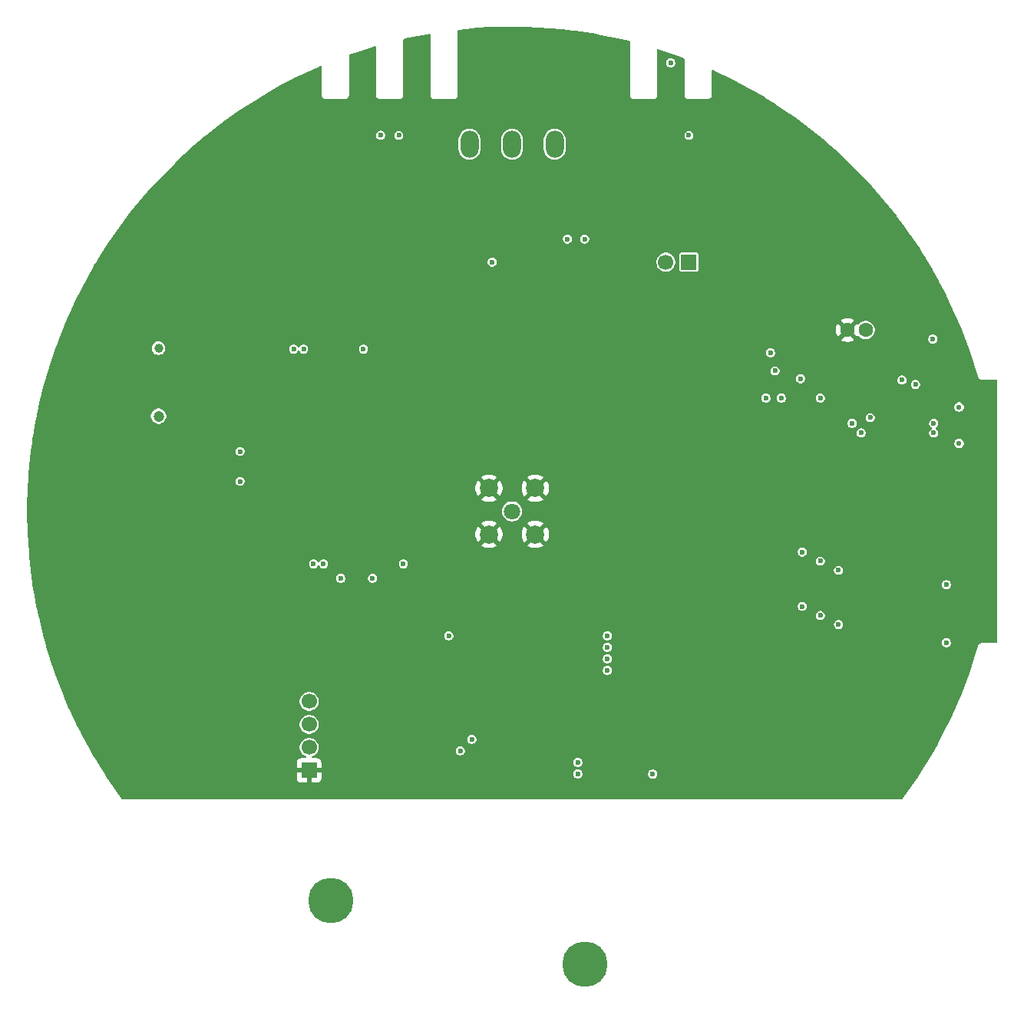
<source format=gbr>
%TF.GenerationSoftware,KiCad,Pcbnew,9.0.6-9.0.6~ubuntu24.04.1*%
%TF.CreationDate,2025-12-17T14:29:43+07:00*%
%TF.ProjectId,esp32s3-gnss-base-station,65737033-3273-4332-9d67-6e73732d6261,0.1*%
%TF.SameCoordinates,Original*%
%TF.FileFunction,Copper,L2,Inr*%
%TF.FilePolarity,Positive*%
%FSLAX46Y46*%
G04 Gerber Fmt 4.6, Leading zero omitted, Abs format (unit mm)*
G04 Created by KiCad (PCBNEW 9.0.6-9.0.6~ubuntu24.04.1) date 2025-12-17 14:29:43*
%MOMM*%
%LPD*%
G01*
G04 APERTURE LIST*
%TA.AperFunction,ComponentPad*%
%ADD10C,1.800000*%
%TD*%
%TA.AperFunction,ComponentPad*%
%ADD11C,2.000000*%
%TD*%
%TA.AperFunction,ComponentPad*%
%ADD12C,5.000000*%
%TD*%
%TA.AperFunction,ComponentPad*%
%ADD13C,1.000000*%
%TD*%
%TA.AperFunction,ComponentPad*%
%ADD14C,1.200000*%
%TD*%
%TA.AperFunction,HeatsinkPad*%
%ADD15C,0.600000*%
%TD*%
%TA.AperFunction,ComponentPad*%
%ADD16C,1.700000*%
%TD*%
%TA.AperFunction,ComponentPad*%
%ADD17R,1.700000X1.700000*%
%TD*%
%TA.AperFunction,ComponentPad*%
%ADD18C,0.550000*%
%TD*%
%TA.AperFunction,ComponentPad*%
%ADD19O,2.000000X3.000000*%
%TD*%
%TA.AperFunction,ComponentPad*%
%ADD20C,1.600000*%
%TD*%
%TA.AperFunction,ViaPad*%
%ADD21C,0.600000*%
%TD*%
G04 APERTURE END LIST*
D10*
%TO.N,Net-(U2-RF_IN)*%
%TO.C,U6*%
X100000000Y-100000000D03*
D11*
%TO.N,GND*%
X102550000Y-102550000D03*
X102550000Y-97450000D03*
X97450000Y-97450000D03*
X97450000Y-102550000D03*
%TD*%
D12*
%TO.N,GND*%
%TO.C,H1*%
X80000000Y-57000000D03*
%TD*%
%TO.N,GND*%
%TO.C,H3*%
X138000000Y-95000000D03*
%TD*%
D13*
%TO.N,*%
%TO.C,B1*%
X61000000Y-82000000D03*
D14*
X61000000Y-89500000D03*
%TD*%
D12*
%TO.N,GND*%
%TO.C,H6*%
X54000000Y-100000000D03*
%TD*%
D15*
%TO.N,GND*%
%TO.C,U1*%
X100500000Y-121500000D03*
X100500000Y-123500000D03*
X101500000Y-122500000D03*
X102500000Y-121500000D03*
X102500000Y-123500000D03*
%TD*%
D16*
%TO.N,+BATT*%
%TO.C,J1*%
X116960000Y-72500000D03*
D17*
%TO.N,+5V*%
X119500000Y-72500000D03*
%TD*%
D12*
%TO.N,GND*%
%TO.C,H2*%
X108000000Y-50000000D03*
%TD*%
D16*
%TO.N,SDA*%
%TO.C,J2*%
X77600000Y-120990000D03*
%TO.N,SCL*%
X77600000Y-123530000D03*
%TO.N,+3V3*%
X77600000Y-126070000D03*
D17*
%TO.N,GND*%
X77600000Y-128610000D03*
%TD*%
D12*
%TO.N,GND*%
%TO.C,H5*%
X80000000Y-143000000D03*
%TD*%
D18*
%TO.N,*%
%TO.C,USB1*%
X149300000Y-88500000D03*
X149300000Y-92500000D03*
%TD*%
D12*
%TO.N,GND*%
%TO.C,H4*%
X108000000Y-150000000D03*
%TD*%
D19*
%TO.N,unconnected-(SW1-Pad3)*%
%TO.C,SW1*%
X95300000Y-59500000D03*
%TO.N,+BATT*%
X100000000Y-59500000D03*
%TO.N,Net-(U4-BAT)*%
X104700000Y-59500000D03*
%TD*%
D20*
%TO.N,GND*%
%TO.C,CN1*%
X137000000Y-80000000D03*
%TO.N,Net-(U4-BAT)*%
X139000000Y-80000000D03*
%TD*%
D21*
%TO.N,GND*%
X91500000Y-101000000D03*
X77250000Y-86600000D03*
X92500000Y-90000000D03*
X95500000Y-50500000D03*
X79350000Y-97100000D03*
X130050000Y-112250000D03*
X96500000Y-99000000D03*
X96500000Y-101000000D03*
X85650000Y-90800000D03*
X146500000Y-89200000D03*
X83500000Y-50500000D03*
X101000000Y-101000000D03*
X101000000Y-99000000D03*
X94000000Y-101000000D03*
X87750000Y-86600000D03*
X146720000Y-110270000D03*
X79350000Y-90800000D03*
X99000000Y-99000000D03*
X131000000Y-104500000D03*
X131000000Y-110500000D03*
X85650000Y-97100000D03*
X82500000Y-93950000D03*
X138000000Y-86000000D03*
X87750000Y-101300000D03*
X89500000Y-50500000D03*
X130700000Y-106250000D03*
X91500000Y-99000000D03*
X77250000Y-101300000D03*
X99000000Y-101000000D03*
X94000000Y-99000000D03*
%TO.N,+5V*%
X119500000Y-58500000D03*
X144500000Y-86000000D03*
%TO.N,+3V3*%
X115500000Y-129000000D03*
X132000000Y-104500000D03*
X70000000Y-96700000D03*
X147900000Y-108100000D03*
X107250000Y-128990000D03*
X108000000Y-69950000D03*
X70000000Y-93400000D03*
X136000000Y-106500000D03*
X147900000Y-114500000D03*
X134000000Y-111500000D03*
X97800000Y-72500000D03*
X81100000Y-107400000D03*
X132000000Y-110500000D03*
X134000000Y-105500000D03*
X136000000Y-112500000D03*
%TO.N,+BATT*%
X106100000Y-69950000D03*
%TO.N,Net-(U4-~{CHRG})*%
X146400000Y-81000000D03*
X117500000Y-50500000D03*
%TO.N,BOOT*%
X110500000Y-113750000D03*
X93015000Y-113750000D03*
X129000000Y-84500000D03*
%TO.N,COM_DTR*%
X128000000Y-87500000D03*
X134000000Y-87500000D03*
X129700000Y-87500000D03*
%TO.N,Net-(Q1-B1)*%
X131820000Y-85360000D03*
X128500000Y-82500000D03*
%TO.N,ENABLE*%
X84600000Y-107400000D03*
X110500000Y-115020000D03*
X107250000Y-127720000D03*
%TO.N,Net-(U3-VDD)*%
X139500000Y-89650000D03*
X143000000Y-85500000D03*
%TO.N,Net-(U2-RTK_STAT)*%
X85500000Y-58500000D03*
X83600000Y-82100000D03*
%TO.N,Net-(U2-TIMEPULSE)*%
X88000000Y-105800000D03*
X87500000Y-58500000D03*
%TO.N,COM_RX*%
X110500000Y-116290000D03*
X94285000Y-126450000D03*
%TO.N,COM_TX*%
X95555000Y-125180000D03*
X110500000Y-117560000D03*
%TO.N,RTCM_OUT*%
X78100000Y-105800000D03*
X75900000Y-82100000D03*
%TO.N,RTCM_IN*%
X79200000Y-105800000D03*
X77000000Y-82100000D03*
%TO.N,Net-(U3-D+)*%
X137500000Y-90300000D03*
X146500000Y-90300000D03*
%TO.N,Net-(U3-D-)*%
X138500000Y-91350000D03*
X146500000Y-91350000D03*
%TD*%
%TA.AperFunction,Conductor*%
%TO.N,GND*%
G36*
X100203639Y-46500903D02*
G01*
X101532652Y-46522475D01*
X101535078Y-46522545D01*
X102863084Y-46577182D01*
X102865462Y-46577309D01*
X104191702Y-46664980D01*
X104194118Y-46665170D01*
X105517785Y-46785821D01*
X105520118Y-46786063D01*
X106748116Y-46928889D01*
X106840360Y-46939618D01*
X106842804Y-46939933D01*
X107028148Y-46966180D01*
X108158796Y-47126294D01*
X108161174Y-47126661D01*
X109378254Y-47330031D01*
X109472088Y-47345711D01*
X109474515Y-47346147D01*
X110779602Y-47597758D01*
X110781983Y-47598248D01*
X112080414Y-47882265D01*
X112082693Y-47882793D01*
X112924056Y-48088897D01*
X112976076Y-48121107D01*
X112999230Y-48177742D01*
X112999500Y-48185054D01*
X112999500Y-54065892D01*
X113029579Y-54178151D01*
X113033609Y-54193190D01*
X113099496Y-54307309D01*
X113099498Y-54307311D01*
X113099500Y-54307314D01*
X113192686Y-54400500D01*
X113192688Y-54400501D01*
X113192690Y-54400503D01*
X113306810Y-54466390D01*
X113306808Y-54466390D01*
X113306812Y-54466391D01*
X113306814Y-54466392D01*
X113434108Y-54500500D01*
X113434110Y-54500500D01*
X115565890Y-54500500D01*
X115565892Y-54500500D01*
X115693186Y-54466392D01*
X115693188Y-54466390D01*
X115693190Y-54466390D01*
X115807309Y-54400503D01*
X115807309Y-54400502D01*
X115807314Y-54400500D01*
X115900500Y-54307314D01*
X115966392Y-54193186D01*
X116000500Y-54065892D01*
X116000501Y-50434108D01*
X116999500Y-50434108D01*
X116999500Y-50565892D01*
X117029579Y-50678151D01*
X117033609Y-50693190D01*
X117099496Y-50807309D01*
X117099498Y-50807311D01*
X117099500Y-50807314D01*
X117192686Y-50900500D01*
X117192688Y-50900501D01*
X117192690Y-50900503D01*
X117306810Y-50966390D01*
X117306808Y-50966390D01*
X117306812Y-50966391D01*
X117306814Y-50966392D01*
X117434108Y-51000500D01*
X117434110Y-51000500D01*
X117565890Y-51000500D01*
X117565892Y-51000500D01*
X117693186Y-50966392D01*
X117693188Y-50966390D01*
X117693190Y-50966390D01*
X117807309Y-50900503D01*
X117807309Y-50900502D01*
X117807314Y-50900500D01*
X117900500Y-50807314D01*
X117900503Y-50807309D01*
X117966390Y-50693190D01*
X117966390Y-50693188D01*
X117966392Y-50693186D01*
X118000500Y-50565892D01*
X118000500Y-50434108D01*
X117966392Y-50306814D01*
X117966390Y-50306811D01*
X117966390Y-50306809D01*
X117900503Y-50192690D01*
X117900501Y-50192688D01*
X117900500Y-50192686D01*
X117807314Y-50099500D01*
X117807311Y-50099498D01*
X117807309Y-50099496D01*
X117693189Y-50033609D01*
X117693191Y-50033609D01*
X117643799Y-50020375D01*
X117565892Y-49999500D01*
X117434108Y-49999500D01*
X117356200Y-50020375D01*
X117306809Y-50033609D01*
X117192690Y-50099496D01*
X117099496Y-50192690D01*
X117033609Y-50306809D01*
X117033608Y-50306814D01*
X116999500Y-50434108D01*
X116000501Y-50434108D01*
X116000501Y-49086086D01*
X116019408Y-49027898D01*
X116068908Y-48991934D01*
X116128844Y-48991538D01*
X116274280Y-49036674D01*
X116355907Y-49062007D01*
X116357743Y-49062596D01*
X117350241Y-49392055D01*
X117351967Y-49392647D01*
X118255645Y-49712399D01*
X118337802Y-49741469D01*
X118339615Y-49742131D01*
X118935335Y-49966136D01*
X118983147Y-50004313D01*
X118999490Y-50058800D01*
X118999499Y-54065891D01*
X118999500Y-54065893D01*
X119033608Y-54193187D01*
X119071651Y-54259079D01*
X119071652Y-54259080D01*
X119099497Y-54307311D01*
X119099502Y-54307317D01*
X119192683Y-54400497D01*
X119192687Y-54400501D01*
X119240923Y-54428349D01*
X119306814Y-54466392D01*
X119434108Y-54500500D01*
X119434109Y-54500500D01*
X119434110Y-54500500D01*
X121565890Y-54500500D01*
X121565892Y-54500500D01*
X121693186Y-54466392D01*
X121693188Y-54466390D01*
X121693190Y-54466390D01*
X121807309Y-54400503D01*
X121807309Y-54400502D01*
X121807314Y-54400500D01*
X121900500Y-54307314D01*
X121966392Y-54193186D01*
X122000500Y-54065892D01*
X122000499Y-51391762D01*
X122019406Y-51333572D01*
X122068906Y-51297608D01*
X122130092Y-51297608D01*
X122140114Y-51301478D01*
X122600266Y-51508532D01*
X122602587Y-51509614D01*
X123884865Y-52128218D01*
X123887216Y-52129390D01*
X124504509Y-52447745D01*
X125152569Y-52781967D01*
X125154889Y-52783203D01*
X126402416Y-53469292D01*
X126404610Y-53470537D01*
X127633419Y-54189647D01*
X127635615Y-54190971D01*
X128078713Y-54466390D01*
X128844784Y-54942562D01*
X128847007Y-54943985D01*
X129277022Y-55227438D01*
X130035715Y-55727546D01*
X130037843Y-55728990D01*
X131205232Y-56543955D01*
X131207364Y-56545487D01*
X132352605Y-57391277D01*
X132354663Y-57392840D01*
X133476972Y-58268876D01*
X133478992Y-58270497D01*
X134577553Y-59176144D01*
X134579515Y-59177806D01*
X134657535Y-59245698D01*
X135653517Y-60112395D01*
X135655485Y-60114154D01*
X136704182Y-61077034D01*
X136706102Y-61078845D01*
X137728738Y-62069318D01*
X137730610Y-62071180D01*
X138726477Y-63088563D01*
X138728298Y-63090473D01*
X139696728Y-64134082D01*
X139698497Y-64136041D01*
X140638714Y-65205041D01*
X140640430Y-65207045D01*
X141551847Y-66300766D01*
X141553510Y-66302817D01*
X142410023Y-67388231D01*
X142435426Y-67420422D01*
X142437017Y-67422494D01*
X143288877Y-68563277D01*
X143290390Y-68565361D01*
X143789492Y-69272300D01*
X144111498Y-69728397D01*
X144112992Y-69730573D01*
X144902828Y-70915119D01*
X144904262Y-70917334D01*
X145238959Y-71449500D01*
X145584872Y-71999500D01*
X145662195Y-72122442D01*
X145663564Y-72124685D01*
X146369203Y-73315977D01*
X146389153Y-73349656D01*
X146390451Y-73351918D01*
X146642046Y-73803722D01*
X147083086Y-74595724D01*
X147084340Y-74598047D01*
X147743602Y-75859935D01*
X147744768Y-75862242D01*
X148370145Y-77141229D01*
X148371272Y-77143615D01*
X148962328Y-78438815D01*
X148963392Y-78441231D01*
X149519706Y-79751717D01*
X149520705Y-79754160D01*
X150041894Y-81079031D01*
X150042827Y-81081500D01*
X150528504Y-82419768D01*
X150529371Y-82422261D01*
X150979192Y-83772978D01*
X150979993Y-83775493D01*
X151392718Y-85134666D01*
X151393074Y-85135864D01*
X151393361Y-85136855D01*
X151408456Y-85193190D01*
X151410942Y-85197496D01*
X151412335Y-85202301D01*
X151412347Y-85202328D01*
X151443360Y-85253683D01*
X151444316Y-85255301D01*
X151474348Y-85307318D01*
X151474349Y-85307319D01*
X151474351Y-85307322D01*
X151477358Y-85311242D01*
X151480471Y-85315138D01*
X151523728Y-85356724D01*
X151524427Y-85357396D01*
X151567535Y-85400503D01*
X151571862Y-85403001D01*
X151575473Y-85406472D01*
X151575475Y-85406474D01*
X151608888Y-85424896D01*
X151628031Y-85435452D01*
X151629687Y-85436386D01*
X151681661Y-85466394D01*
X151686210Y-85468278D01*
X151690873Y-85470103D01*
X151690878Y-85470106D01*
X151749208Y-85484511D01*
X151750930Y-85484954D01*
X151808957Y-85500503D01*
X151808963Y-85500502D01*
X151813916Y-85501154D01*
X151818810Y-85501701D01*
X151818818Y-85501703D01*
X151878935Y-85500518D01*
X151880679Y-85500501D01*
X153400500Y-85500500D01*
X153458691Y-85519407D01*
X153494655Y-85568907D01*
X153499500Y-85599500D01*
X153499500Y-114400497D01*
X153480593Y-114458688D01*
X153431093Y-114494652D01*
X153400500Y-114499497D01*
X151880834Y-114499494D01*
X151879852Y-114499494D01*
X151818816Y-114498293D01*
X151813952Y-114499494D01*
X151808957Y-114499494D01*
X151808955Y-114499494D01*
X151751049Y-114515009D01*
X151749165Y-114515494D01*
X151690877Y-114529889D01*
X151686290Y-114531683D01*
X151681663Y-114533600D01*
X151629756Y-114563568D01*
X151628063Y-114564523D01*
X151575473Y-114593522D01*
X151571541Y-114596418D01*
X151567535Y-114599492D01*
X151525190Y-114641836D01*
X151523802Y-114643197D01*
X151480470Y-114684857D01*
X151477441Y-114688648D01*
X151474349Y-114692677D01*
X151444415Y-114744523D01*
X151443427Y-114746197D01*
X151412346Y-114797665D01*
X151410383Y-114802151D01*
X151408457Y-114806804D01*
X151393649Y-114862066D01*
X151392745Y-114865229D01*
X150972492Y-116248040D01*
X150971677Y-116250599D01*
X150513067Y-117624527D01*
X150512182Y-117627062D01*
X150016497Y-118987991D01*
X150015544Y-118990501D01*
X149483128Y-120337499D01*
X149482107Y-120339983D01*
X148913352Y-121672051D01*
X148912264Y-121674506D01*
X148307593Y-122990658D01*
X148306439Y-122993083D01*
X147666309Y-124292321D01*
X147665090Y-124294713D01*
X146989930Y-125576170D01*
X146988656Y-125578509D01*
X146940372Y-125664419D01*
X146279007Y-126841149D01*
X146277660Y-126843472D01*
X145534023Y-128086412D01*
X145532613Y-128088697D01*
X144755543Y-129311008D01*
X144754072Y-129313255D01*
X143944125Y-130514060D01*
X143942593Y-130516265D01*
X143100412Y-131694610D01*
X143098821Y-131696774D01*
X143050438Y-131760729D01*
X143000252Y-131795729D01*
X142971486Y-131800000D01*
X124091007Y-131800000D01*
X124032816Y-131781093D01*
X124021003Y-131771004D01*
X124000000Y-131750001D01*
X124000000Y-131750000D01*
X76000000Y-131750000D01*
X76000000Y-131750001D01*
X75978997Y-131771004D01*
X75924480Y-131798781D01*
X75908993Y-131800000D01*
X57027537Y-131800000D01*
X56969346Y-131781093D01*
X56947099Y-131758713D01*
X56901106Y-131694610D01*
X56113254Y-130596528D01*
X56111783Y-130594418D01*
X55375976Y-129507824D01*
X76249999Y-129507824D01*
X76256401Y-129567370D01*
X76256403Y-129567381D01*
X76306646Y-129702088D01*
X76306647Y-129702090D01*
X76392807Y-129817184D01*
X76392815Y-129817192D01*
X76507909Y-129903352D01*
X76507911Y-129903353D01*
X76642618Y-129953596D01*
X76642629Y-129953598D01*
X76702176Y-129960000D01*
X77349999Y-129960000D01*
X77350000Y-129959999D01*
X77350000Y-129043012D01*
X77407007Y-129075925D01*
X77534174Y-129110000D01*
X77665826Y-129110000D01*
X77792993Y-129075925D01*
X77850000Y-129043012D01*
X77850000Y-129959999D01*
X77850001Y-129960000D01*
X78497824Y-129960000D01*
X78557370Y-129953598D01*
X78557381Y-129953596D01*
X78692088Y-129903353D01*
X78692090Y-129903352D01*
X78807184Y-129817192D01*
X78807192Y-129817184D01*
X78893352Y-129702090D01*
X78893353Y-129702088D01*
X78943596Y-129567381D01*
X78943598Y-129567370D01*
X78950000Y-129507824D01*
X78950000Y-128924108D01*
X106749500Y-128924108D01*
X106749500Y-129055892D01*
X106754868Y-129075925D01*
X106783609Y-129183190D01*
X106849496Y-129297309D01*
X106849498Y-129297311D01*
X106849500Y-129297314D01*
X106942686Y-129390500D01*
X106942688Y-129390501D01*
X106942690Y-129390503D01*
X107056810Y-129456390D01*
X107056808Y-129456390D01*
X107056812Y-129456391D01*
X107056814Y-129456392D01*
X107184108Y-129490500D01*
X107184110Y-129490500D01*
X107315890Y-129490500D01*
X107315892Y-129490500D01*
X107443186Y-129456392D01*
X107443188Y-129456390D01*
X107443190Y-129456390D01*
X107557309Y-129390503D01*
X107557309Y-129390502D01*
X107557314Y-129390500D01*
X107650500Y-129297314D01*
X107710616Y-129193190D01*
X107716390Y-129183190D01*
X107716390Y-129183188D01*
X107716392Y-129183186D01*
X107750500Y-129055892D01*
X107750500Y-128934108D01*
X114999500Y-128934108D01*
X114999500Y-129065892D01*
X115029579Y-129178151D01*
X115033609Y-129193190D01*
X115099496Y-129307309D01*
X115099498Y-129307311D01*
X115099500Y-129307314D01*
X115192686Y-129400500D01*
X115192688Y-129400501D01*
X115192690Y-129400503D01*
X115306810Y-129466390D01*
X115306808Y-129466390D01*
X115306812Y-129466391D01*
X115306814Y-129466392D01*
X115434108Y-129500500D01*
X115434110Y-129500500D01*
X115565890Y-129500500D01*
X115565892Y-129500500D01*
X115693186Y-129466392D01*
X115693188Y-129466390D01*
X115693190Y-129466390D01*
X115807309Y-129400503D01*
X115807309Y-129400502D01*
X115807314Y-129400500D01*
X115900500Y-129307314D01*
X115906274Y-129297314D01*
X115966390Y-129193190D01*
X115966390Y-129193188D01*
X115966392Y-129193186D01*
X116000500Y-129065892D01*
X116000500Y-128934108D01*
X115966392Y-128806814D01*
X115966390Y-128806811D01*
X115966390Y-128806809D01*
X115900503Y-128692690D01*
X115900501Y-128692688D01*
X115900500Y-128692686D01*
X115807314Y-128599500D01*
X115807311Y-128599498D01*
X115807309Y-128599496D01*
X115693189Y-128533609D01*
X115693191Y-128533609D01*
X115643799Y-128520375D01*
X115565892Y-128499500D01*
X115434108Y-128499500D01*
X115356200Y-128520375D01*
X115306809Y-128533609D01*
X115192690Y-128599496D01*
X115099496Y-128692690D01*
X115033609Y-128806809D01*
X115033608Y-128806814D01*
X114999500Y-128934108D01*
X107750500Y-128934108D01*
X107750500Y-128924108D01*
X107716392Y-128796814D01*
X107716390Y-128796811D01*
X107716390Y-128796809D01*
X107650503Y-128682690D01*
X107650501Y-128682688D01*
X107650500Y-128682686D01*
X107557314Y-128589500D01*
X107557311Y-128589498D01*
X107557309Y-128589496D01*
X107443189Y-128523609D01*
X107443191Y-128523609D01*
X107393799Y-128510375D01*
X107315892Y-128489500D01*
X107184108Y-128489500D01*
X107106200Y-128510375D01*
X107056809Y-128523609D01*
X106942690Y-128589496D01*
X106849496Y-128682690D01*
X106783609Y-128796809D01*
X106766677Y-128860001D01*
X106749500Y-128924108D01*
X78950000Y-128924108D01*
X78950000Y-128860001D01*
X78949999Y-128860000D01*
X78033012Y-128860000D01*
X78065925Y-128802993D01*
X78100000Y-128675826D01*
X78100000Y-128544174D01*
X78065925Y-128417007D01*
X78033012Y-128360000D01*
X78949999Y-128360000D01*
X78950000Y-128359999D01*
X78950000Y-127712175D01*
X78949999Y-127712173D01*
X78944198Y-127658200D01*
X78944198Y-127658198D01*
X78943758Y-127654108D01*
X106749500Y-127654108D01*
X106749500Y-127785892D01*
X106779579Y-127898151D01*
X106783609Y-127913190D01*
X106849496Y-128027309D01*
X106849498Y-128027311D01*
X106849500Y-128027314D01*
X106942686Y-128120500D01*
X106942688Y-128120501D01*
X106942690Y-128120503D01*
X107056810Y-128186390D01*
X107056808Y-128186390D01*
X107056812Y-128186391D01*
X107056814Y-128186392D01*
X107184108Y-128220500D01*
X107184110Y-128220500D01*
X107315890Y-128220500D01*
X107315892Y-128220500D01*
X107443186Y-128186392D01*
X107443188Y-128186390D01*
X107443190Y-128186390D01*
X107557309Y-128120503D01*
X107557309Y-128120502D01*
X107557314Y-128120500D01*
X107650500Y-128027314D01*
X107716392Y-127913186D01*
X107750500Y-127785892D01*
X107750500Y-127654108D01*
X107716392Y-127526814D01*
X107716390Y-127526811D01*
X107716390Y-127526809D01*
X107650503Y-127412690D01*
X107650501Y-127412688D01*
X107650500Y-127412686D01*
X107557314Y-127319500D01*
X107557311Y-127319498D01*
X107557309Y-127319496D01*
X107443189Y-127253609D01*
X107443191Y-127253609D01*
X107393799Y-127240375D01*
X107315892Y-127219500D01*
X107184108Y-127219500D01*
X107106200Y-127240375D01*
X107056809Y-127253609D01*
X106942690Y-127319496D01*
X106849496Y-127412690D01*
X106783609Y-127526809D01*
X106783608Y-127526814D01*
X106749500Y-127654108D01*
X78943758Y-127654108D01*
X78943600Y-127652635D01*
X78943596Y-127652618D01*
X78893353Y-127517911D01*
X78893352Y-127517909D01*
X78807192Y-127402815D01*
X78807184Y-127402807D01*
X78692090Y-127316647D01*
X78692088Y-127316646D01*
X78557381Y-127266403D01*
X78557370Y-127266401D01*
X78497824Y-127260000D01*
X77969881Y-127260000D01*
X77911690Y-127241093D01*
X77875726Y-127191593D01*
X77875726Y-127130407D01*
X77911690Y-127080907D01*
X77931992Y-127069537D01*
X78097598Y-127000941D01*
X78269655Y-126885977D01*
X78415977Y-126739655D01*
X78530941Y-126567598D01*
X78606946Y-126384108D01*
X93784500Y-126384108D01*
X93784500Y-126515892D01*
X93814579Y-126628151D01*
X93818609Y-126643190D01*
X93884496Y-126757309D01*
X93884498Y-126757311D01*
X93884500Y-126757314D01*
X93977686Y-126850500D01*
X93977688Y-126850501D01*
X93977690Y-126850503D01*
X94091810Y-126916390D01*
X94091808Y-126916390D01*
X94091812Y-126916391D01*
X94091814Y-126916392D01*
X94219108Y-126950500D01*
X94219110Y-126950500D01*
X94350890Y-126950500D01*
X94350892Y-126950500D01*
X94478186Y-126916392D01*
X94478188Y-126916390D01*
X94478190Y-126916390D01*
X94592309Y-126850503D01*
X94592309Y-126850502D01*
X94592314Y-126850500D01*
X94685500Y-126757314D01*
X94685503Y-126757309D01*
X94751390Y-126643190D01*
X94751390Y-126643188D01*
X94751392Y-126643186D01*
X94785500Y-126515892D01*
X94785500Y-126384108D01*
X94751392Y-126256814D01*
X94751390Y-126256811D01*
X94751390Y-126256809D01*
X94685503Y-126142690D01*
X94685501Y-126142688D01*
X94685500Y-126142686D01*
X94592314Y-126049500D01*
X94592311Y-126049498D01*
X94592309Y-126049496D01*
X94478189Y-125983609D01*
X94478191Y-125983609D01*
X94428799Y-125970375D01*
X94350892Y-125949500D01*
X94219108Y-125949500D01*
X94141200Y-125970375D01*
X94091809Y-125983609D01*
X93977690Y-126049496D01*
X93884496Y-126142690D01*
X93818609Y-126256809D01*
X93818608Y-126256814D01*
X93784500Y-126384108D01*
X78606946Y-126384108D01*
X78610130Y-126376420D01*
X78650500Y-126173465D01*
X78650500Y-125966535D01*
X78610130Y-125763580D01*
X78530941Y-125572402D01*
X78415977Y-125400345D01*
X78269655Y-125254023D01*
X78097598Y-125139059D01*
X78097599Y-125139059D01*
X78097597Y-125139058D01*
X78037362Y-125114108D01*
X95054500Y-125114108D01*
X95054500Y-125245892D01*
X95056678Y-125254020D01*
X95088609Y-125373190D01*
X95154496Y-125487309D01*
X95154498Y-125487311D01*
X95154500Y-125487314D01*
X95247686Y-125580500D01*
X95247688Y-125580501D01*
X95247690Y-125580503D01*
X95361810Y-125646390D01*
X95361808Y-125646390D01*
X95361812Y-125646391D01*
X95361814Y-125646392D01*
X95489108Y-125680500D01*
X95489110Y-125680500D01*
X95620890Y-125680500D01*
X95620892Y-125680500D01*
X95748186Y-125646392D01*
X95748188Y-125646390D01*
X95748190Y-125646390D01*
X95862309Y-125580503D01*
X95862309Y-125580502D01*
X95862314Y-125580500D01*
X95955500Y-125487314D01*
X96021392Y-125373186D01*
X96055500Y-125245892D01*
X96055500Y-125114108D01*
X96021392Y-124986814D01*
X96021390Y-124986811D01*
X96021390Y-124986809D01*
X95955503Y-124872690D01*
X95955501Y-124872688D01*
X95955500Y-124872686D01*
X95862314Y-124779500D01*
X95862311Y-124779498D01*
X95862309Y-124779496D01*
X95748189Y-124713609D01*
X95748191Y-124713609D01*
X95698799Y-124700375D01*
X95620892Y-124679500D01*
X95489108Y-124679500D01*
X95411200Y-124700375D01*
X95361809Y-124713609D01*
X95247690Y-124779496D01*
X95154496Y-124872690D01*
X95088609Y-124986809D01*
X95088608Y-124986814D01*
X95054500Y-125114108D01*
X78037362Y-125114108D01*
X77906418Y-125059869D01*
X77703467Y-125019500D01*
X77703465Y-125019500D01*
X77496535Y-125019500D01*
X77496532Y-125019500D01*
X77293581Y-125059869D01*
X77102402Y-125139058D01*
X76930348Y-125254020D01*
X76784020Y-125400348D01*
X76669058Y-125572402D01*
X76589869Y-125763581D01*
X76549500Y-125966532D01*
X76549500Y-126173467D01*
X76589869Y-126376418D01*
X76669058Y-126567597D01*
X76784020Y-126739651D01*
X76784023Y-126739655D01*
X76930345Y-126885977D01*
X77102402Y-127000941D01*
X77268005Y-127069536D01*
X77314530Y-127109273D01*
X77328814Y-127168767D01*
X77305399Y-127225295D01*
X77253230Y-127257265D01*
X77230119Y-127260000D01*
X76702176Y-127260000D01*
X76642629Y-127266401D01*
X76642618Y-127266403D01*
X76507911Y-127316646D01*
X76507909Y-127316647D01*
X76392815Y-127402807D01*
X76392807Y-127402815D01*
X76306647Y-127517909D01*
X76306646Y-127517911D01*
X76256403Y-127652618D01*
X76256401Y-127652629D01*
X76250000Y-127712175D01*
X76250000Y-128359999D01*
X76250001Y-128360000D01*
X77166988Y-128360000D01*
X77134075Y-128417007D01*
X77100000Y-128544174D01*
X77100000Y-128675826D01*
X77134075Y-128802993D01*
X77166988Y-128860000D01*
X76250001Y-128860000D01*
X76250000Y-128860001D01*
X76250000Y-129507824D01*
X76249999Y-129507824D01*
X55375976Y-129507824D01*
X55299600Y-129395037D01*
X55298151Y-129392833D01*
X55005342Y-128934108D01*
X54518830Y-128171920D01*
X54517455Y-128169702D01*
X53893072Y-127130407D01*
X53771516Y-126928074D01*
X53770165Y-126925754D01*
X53228737Y-125966532D01*
X53058202Y-125664403D01*
X53056923Y-125662063D01*
X52964444Y-125487314D01*
X52379442Y-124381886D01*
X52378218Y-124379496D01*
X51925860Y-123465588D01*
X51906528Y-123426532D01*
X76549500Y-123426532D01*
X76549500Y-123633467D01*
X76589869Y-123836418D01*
X76669058Y-124027597D01*
X76784020Y-124199651D01*
X76784023Y-124199655D01*
X76930345Y-124345977D01*
X77102402Y-124460941D01*
X77293580Y-124540130D01*
X77496535Y-124580500D01*
X77496536Y-124580500D01*
X77703464Y-124580500D01*
X77703465Y-124580500D01*
X77906420Y-124540130D01*
X78097598Y-124460941D01*
X78269655Y-124345977D01*
X78415977Y-124199655D01*
X78530941Y-124027598D01*
X78610130Y-123836420D01*
X78650500Y-123633465D01*
X78650500Y-123426535D01*
X78610130Y-123223580D01*
X78530941Y-123032402D01*
X78415977Y-122860345D01*
X78269655Y-122714023D01*
X78269651Y-122714020D01*
X78097597Y-122599058D01*
X77906418Y-122519869D01*
X77703467Y-122479500D01*
X77703465Y-122479500D01*
X77496535Y-122479500D01*
X77496532Y-122479500D01*
X77293581Y-122519869D01*
X77102402Y-122599058D01*
X76930348Y-122714020D01*
X76784020Y-122860348D01*
X76669058Y-123032402D01*
X76589869Y-123223581D01*
X76549500Y-123426532D01*
X51906528Y-123426532D01*
X51806073Y-123223580D01*
X51735668Y-123081340D01*
X51734542Y-123078984D01*
X51127455Y-121763923D01*
X51126375Y-121761498D01*
X51088518Y-121673281D01*
X50750897Y-120886532D01*
X76549500Y-120886532D01*
X76549500Y-121093467D01*
X76589869Y-121296418D01*
X76669058Y-121487597D01*
X76669059Y-121487598D01*
X76784023Y-121659655D01*
X76930345Y-121805977D01*
X77102402Y-121920941D01*
X77293580Y-122000130D01*
X77496535Y-122040500D01*
X77496536Y-122040500D01*
X77703464Y-122040500D01*
X77703465Y-122040500D01*
X77906420Y-122000130D01*
X78097598Y-121920941D01*
X78269655Y-121805977D01*
X78415977Y-121659655D01*
X78530941Y-121487598D01*
X78610130Y-121296420D01*
X78650500Y-121093465D01*
X78650500Y-120886535D01*
X78610130Y-120683580D01*
X78530941Y-120492402D01*
X78415977Y-120320345D01*
X78269655Y-120174023D01*
X78097598Y-120059059D01*
X78097599Y-120059059D01*
X78097597Y-120059058D01*
X77906418Y-119979869D01*
X77703467Y-119939500D01*
X77703465Y-119939500D01*
X77496535Y-119939500D01*
X77496532Y-119939500D01*
X77293581Y-119979869D01*
X77102402Y-120059058D01*
X76930348Y-120174020D01*
X76784020Y-120320348D01*
X76669058Y-120492402D01*
X76589869Y-120683581D01*
X76549500Y-120886532D01*
X50750897Y-120886532D01*
X50555170Y-120430436D01*
X50554152Y-120427972D01*
X50518696Y-120338748D01*
X50019276Y-119081957D01*
X50018318Y-119079448D01*
X49704694Y-118223251D01*
X49520114Y-117719344D01*
X49519261Y-117716913D01*
X49444437Y-117494108D01*
X109999500Y-117494108D01*
X109999500Y-117625892D01*
X110023875Y-117716861D01*
X110033609Y-117753190D01*
X110099496Y-117867309D01*
X110099498Y-117867311D01*
X110099500Y-117867314D01*
X110192686Y-117960500D01*
X110192688Y-117960501D01*
X110192690Y-117960503D01*
X110306810Y-118026390D01*
X110306808Y-118026390D01*
X110306812Y-118026391D01*
X110306814Y-118026392D01*
X110434108Y-118060500D01*
X110434110Y-118060500D01*
X110565890Y-118060500D01*
X110565892Y-118060500D01*
X110693186Y-118026392D01*
X110693188Y-118026390D01*
X110693190Y-118026390D01*
X110807309Y-117960503D01*
X110807309Y-117960502D01*
X110807314Y-117960500D01*
X110900500Y-117867314D01*
X110966392Y-117753186D01*
X111000500Y-117625892D01*
X111000500Y-117494108D01*
X110966392Y-117366814D01*
X110966390Y-117366811D01*
X110966390Y-117366809D01*
X110900503Y-117252690D01*
X110900501Y-117252688D01*
X110900500Y-117252686D01*
X110807314Y-117159500D01*
X110807311Y-117159498D01*
X110807309Y-117159496D01*
X110693189Y-117093609D01*
X110693191Y-117093609D01*
X110643799Y-117080375D01*
X110565892Y-117059500D01*
X110434108Y-117059500D01*
X110356200Y-117080375D01*
X110306809Y-117093609D01*
X110192690Y-117159496D01*
X110099496Y-117252690D01*
X110033609Y-117366809D01*
X110033608Y-117366814D01*
X109999500Y-117494108D01*
X49444437Y-117494108D01*
X49058136Y-116343820D01*
X49057316Y-116341264D01*
X49021477Y-116224108D01*
X109999500Y-116224108D01*
X109999500Y-116355892D01*
X110029579Y-116468151D01*
X110033609Y-116483190D01*
X110099496Y-116597309D01*
X110099498Y-116597311D01*
X110099500Y-116597314D01*
X110192686Y-116690500D01*
X110192688Y-116690501D01*
X110192690Y-116690503D01*
X110306810Y-116756390D01*
X110306808Y-116756390D01*
X110306812Y-116756391D01*
X110306814Y-116756392D01*
X110434108Y-116790500D01*
X110434110Y-116790500D01*
X110565890Y-116790500D01*
X110565892Y-116790500D01*
X110693186Y-116756392D01*
X110693188Y-116756390D01*
X110693190Y-116756390D01*
X110807309Y-116690503D01*
X110807309Y-116690502D01*
X110807314Y-116690500D01*
X110900500Y-116597314D01*
X110966392Y-116483186D01*
X111000500Y-116355892D01*
X111000500Y-116224108D01*
X110966392Y-116096814D01*
X110966390Y-116096811D01*
X110966390Y-116096809D01*
X110900503Y-115982690D01*
X110900501Y-115982688D01*
X110900500Y-115982686D01*
X110807314Y-115889500D01*
X110807311Y-115889498D01*
X110807309Y-115889496D01*
X110693189Y-115823609D01*
X110693191Y-115823609D01*
X110643799Y-115810375D01*
X110565892Y-115789500D01*
X110434108Y-115789500D01*
X110356200Y-115810375D01*
X110306809Y-115823609D01*
X110192690Y-115889496D01*
X110099496Y-115982690D01*
X110033609Y-116096809D01*
X110033608Y-116096814D01*
X109999500Y-116224108D01*
X49021477Y-116224108D01*
X48633621Y-114956238D01*
X48633001Y-114954108D01*
X109999500Y-114954108D01*
X109999500Y-115085892D01*
X110028249Y-115193186D01*
X110033609Y-115213190D01*
X110099496Y-115327309D01*
X110099498Y-115327311D01*
X110099500Y-115327314D01*
X110192686Y-115420500D01*
X110192688Y-115420501D01*
X110192690Y-115420503D01*
X110306810Y-115486390D01*
X110306808Y-115486390D01*
X110306812Y-115486391D01*
X110306814Y-115486392D01*
X110434108Y-115520500D01*
X110434110Y-115520500D01*
X110565890Y-115520500D01*
X110565892Y-115520500D01*
X110693186Y-115486392D01*
X110693188Y-115486390D01*
X110693190Y-115486390D01*
X110807309Y-115420503D01*
X110807309Y-115420502D01*
X110807314Y-115420500D01*
X110900500Y-115327314D01*
X110900503Y-115327309D01*
X110966390Y-115213190D01*
X110966390Y-115213188D01*
X110966392Y-115213186D01*
X111000500Y-115085892D01*
X111000500Y-114954108D01*
X110966392Y-114826814D01*
X110966390Y-114826811D01*
X110966390Y-114826809D01*
X110900503Y-114712690D01*
X110900501Y-114712688D01*
X110900500Y-114712686D01*
X110807314Y-114619500D01*
X110807311Y-114619498D01*
X110807309Y-114619496D01*
X110693189Y-114553609D01*
X110693191Y-114553609D01*
X110618514Y-114533600D01*
X110579870Y-114523245D01*
X110571873Y-114521102D01*
X110565892Y-114519500D01*
X110434108Y-114519500D01*
X110381486Y-114533600D01*
X110306809Y-114553609D01*
X110192690Y-114619496D01*
X110099496Y-114712690D01*
X110033609Y-114826809D01*
X110023315Y-114865229D01*
X109999500Y-114954108D01*
X48633001Y-114954108D01*
X48632872Y-114953665D01*
X48489222Y-114434108D01*
X147399500Y-114434108D01*
X147399500Y-114565892D01*
X147413863Y-114619496D01*
X147433609Y-114693190D01*
X147499496Y-114807309D01*
X147499498Y-114807311D01*
X147499500Y-114807314D01*
X147592686Y-114900500D01*
X147592688Y-114900501D01*
X147592690Y-114900503D01*
X147706810Y-114966390D01*
X147706808Y-114966390D01*
X147706812Y-114966391D01*
X147706814Y-114966392D01*
X147834108Y-115000500D01*
X147834110Y-115000500D01*
X147965890Y-115000500D01*
X147965892Y-115000500D01*
X148093186Y-114966392D01*
X148093188Y-114966390D01*
X148093190Y-114966390D01*
X148207309Y-114900503D01*
X148207309Y-114900502D01*
X148207314Y-114900500D01*
X148300500Y-114807314D01*
X148300793Y-114806807D01*
X148366390Y-114693190D01*
X148366390Y-114693188D01*
X148366392Y-114693186D01*
X148400500Y-114565892D01*
X148400500Y-114434108D01*
X148366392Y-114306814D01*
X148366390Y-114306811D01*
X148366390Y-114306809D01*
X148300503Y-114192690D01*
X148300501Y-114192688D01*
X148300500Y-114192686D01*
X148207314Y-114099500D01*
X148207311Y-114099498D01*
X148207309Y-114099496D01*
X148093189Y-114033609D01*
X148093191Y-114033609D01*
X148027904Y-114016116D01*
X147965892Y-113999500D01*
X147834108Y-113999500D01*
X147772096Y-114016116D01*
X147706809Y-114033609D01*
X147592690Y-114099496D01*
X147499496Y-114192690D01*
X147433609Y-114306809D01*
X147433608Y-114306814D01*
X147399500Y-114434108D01*
X48489222Y-114434108D01*
X48281857Y-113684108D01*
X92514500Y-113684108D01*
X92514500Y-113815892D01*
X92544579Y-113928151D01*
X92548609Y-113943190D01*
X92614496Y-114057309D01*
X92614498Y-114057311D01*
X92614500Y-114057314D01*
X92707686Y-114150500D01*
X92707688Y-114150501D01*
X92707690Y-114150503D01*
X92821810Y-114216390D01*
X92821808Y-114216390D01*
X92821812Y-114216391D01*
X92821814Y-114216392D01*
X92949108Y-114250500D01*
X92949110Y-114250500D01*
X93080890Y-114250500D01*
X93080892Y-114250500D01*
X93208186Y-114216392D01*
X93208188Y-114216390D01*
X93208190Y-114216390D01*
X93322309Y-114150503D01*
X93322309Y-114150502D01*
X93322314Y-114150500D01*
X93415500Y-114057314D01*
X93481392Y-113943186D01*
X93515500Y-113815892D01*
X93515500Y-113684108D01*
X109999500Y-113684108D01*
X109999500Y-113815892D01*
X110029579Y-113928151D01*
X110033609Y-113943190D01*
X110099496Y-114057309D01*
X110099498Y-114057311D01*
X110099500Y-114057314D01*
X110192686Y-114150500D01*
X110192688Y-114150501D01*
X110192690Y-114150503D01*
X110306810Y-114216390D01*
X110306808Y-114216390D01*
X110306812Y-114216391D01*
X110306814Y-114216392D01*
X110434108Y-114250500D01*
X110434110Y-114250500D01*
X110565890Y-114250500D01*
X110565892Y-114250500D01*
X110693186Y-114216392D01*
X110693188Y-114216390D01*
X110693190Y-114216390D01*
X110807309Y-114150503D01*
X110807309Y-114150502D01*
X110807314Y-114150500D01*
X110900500Y-114057314D01*
X110966392Y-113943186D01*
X111000500Y-113815892D01*
X111000500Y-113684108D01*
X110966392Y-113556814D01*
X110966390Y-113556811D01*
X110966390Y-113556809D01*
X110900503Y-113442690D01*
X110900501Y-113442688D01*
X110900500Y-113442686D01*
X110807314Y-113349500D01*
X110807311Y-113349498D01*
X110807309Y-113349496D01*
X110693189Y-113283609D01*
X110693191Y-113283609D01*
X110643799Y-113270375D01*
X110565892Y-113249500D01*
X110434108Y-113249500D01*
X110356200Y-113270375D01*
X110306809Y-113283609D01*
X110192690Y-113349496D01*
X110099496Y-113442690D01*
X110033609Y-113556809D01*
X110033608Y-113556814D01*
X109999500Y-113684108D01*
X93515500Y-113684108D01*
X93481392Y-113556814D01*
X93481390Y-113556811D01*
X93481390Y-113556809D01*
X93415503Y-113442690D01*
X93415501Y-113442688D01*
X93415500Y-113442686D01*
X93322314Y-113349500D01*
X93322311Y-113349498D01*
X93322309Y-113349496D01*
X93208189Y-113283609D01*
X93208191Y-113283609D01*
X93158799Y-113270375D01*
X93080892Y-113249500D01*
X92949108Y-113249500D01*
X92871200Y-113270375D01*
X92821809Y-113283609D01*
X92707690Y-113349496D01*
X92614496Y-113442690D01*
X92548609Y-113556809D01*
X92548608Y-113556814D01*
X92514500Y-113684108D01*
X48281857Y-113684108D01*
X48246883Y-113557612D01*
X48246204Y-113555016D01*
X48084213Y-112900503D01*
X47968781Y-112434108D01*
X135499500Y-112434108D01*
X135499500Y-112565892D01*
X135506502Y-112592023D01*
X135533609Y-112693190D01*
X135599496Y-112807309D01*
X135599498Y-112807311D01*
X135599500Y-112807314D01*
X135692686Y-112900500D01*
X135692688Y-112900501D01*
X135692690Y-112900503D01*
X135806810Y-112966390D01*
X135806808Y-112966390D01*
X135806812Y-112966391D01*
X135806814Y-112966392D01*
X135934108Y-113000500D01*
X135934110Y-113000500D01*
X136065890Y-113000500D01*
X136065892Y-113000500D01*
X136193186Y-112966392D01*
X136193188Y-112966390D01*
X136193190Y-112966390D01*
X136307309Y-112900503D01*
X136307309Y-112900502D01*
X136307314Y-112900500D01*
X136400500Y-112807314D01*
X136466392Y-112693186D01*
X136500500Y-112565892D01*
X136500500Y-112434108D01*
X136466392Y-112306814D01*
X136466390Y-112306811D01*
X136466390Y-112306809D01*
X136400503Y-112192690D01*
X136400501Y-112192688D01*
X136400500Y-112192686D01*
X136307314Y-112099500D01*
X136307311Y-112099498D01*
X136307309Y-112099496D01*
X136193189Y-112033609D01*
X136193191Y-112033609D01*
X136143799Y-112020375D01*
X136065892Y-111999500D01*
X135934108Y-111999500D01*
X135856200Y-112020375D01*
X135806809Y-112033609D01*
X135692690Y-112099496D01*
X135599496Y-112192690D01*
X135533609Y-112306809D01*
X135533608Y-112306814D01*
X135499500Y-112434108D01*
X47968781Y-112434108D01*
X47898227Y-112149040D01*
X47897621Y-112146440D01*
X47887345Y-112099496D01*
X47741693Y-111434108D01*
X133499500Y-111434108D01*
X133499500Y-111565892D01*
X133529579Y-111678151D01*
X133533609Y-111693190D01*
X133599496Y-111807309D01*
X133599498Y-111807311D01*
X133599500Y-111807314D01*
X133692686Y-111900500D01*
X133692688Y-111900501D01*
X133692690Y-111900503D01*
X133806810Y-111966390D01*
X133806808Y-111966390D01*
X133806812Y-111966391D01*
X133806814Y-111966392D01*
X133934108Y-112000500D01*
X133934110Y-112000500D01*
X134065890Y-112000500D01*
X134065892Y-112000500D01*
X134193186Y-111966392D01*
X134193188Y-111966390D01*
X134193190Y-111966390D01*
X134307309Y-111900503D01*
X134307309Y-111900502D01*
X134307314Y-111900500D01*
X134400500Y-111807314D01*
X134466392Y-111693186D01*
X134500500Y-111565892D01*
X134500500Y-111434108D01*
X134466392Y-111306814D01*
X134466390Y-111306811D01*
X134466390Y-111306809D01*
X134400503Y-111192690D01*
X134400501Y-111192688D01*
X134400500Y-111192686D01*
X134307314Y-111099500D01*
X134307311Y-111099498D01*
X134307309Y-111099496D01*
X134193189Y-111033609D01*
X134193191Y-111033609D01*
X134143799Y-111020375D01*
X134065892Y-110999500D01*
X133934108Y-110999500D01*
X133856200Y-111020375D01*
X133806809Y-111033609D01*
X133692690Y-111099496D01*
X133599496Y-111192690D01*
X133533609Y-111306809D01*
X133533608Y-111306814D01*
X133499500Y-111434108D01*
X47741693Y-111434108D01*
X47587890Y-110731481D01*
X47587375Y-110728968D01*
X47531165Y-110434108D01*
X131499500Y-110434108D01*
X131499500Y-110565892D01*
X131529579Y-110678151D01*
X131533609Y-110693190D01*
X131599496Y-110807309D01*
X131599498Y-110807311D01*
X131599500Y-110807314D01*
X131692686Y-110900500D01*
X131692688Y-110900501D01*
X131692690Y-110900503D01*
X131806810Y-110966390D01*
X131806808Y-110966390D01*
X131806812Y-110966391D01*
X131806814Y-110966392D01*
X131934108Y-111000500D01*
X131934110Y-111000500D01*
X132065890Y-111000500D01*
X132065892Y-111000500D01*
X132193186Y-110966392D01*
X132193188Y-110966390D01*
X132193190Y-110966390D01*
X132307309Y-110900503D01*
X132307309Y-110900502D01*
X132307314Y-110900500D01*
X132400500Y-110807314D01*
X132445013Y-110730216D01*
X132466390Y-110693190D01*
X132466390Y-110693188D01*
X132466392Y-110693186D01*
X132500500Y-110565892D01*
X132500500Y-110434108D01*
X132466392Y-110306814D01*
X132466390Y-110306811D01*
X132466390Y-110306809D01*
X132400503Y-110192690D01*
X132400501Y-110192688D01*
X132400500Y-110192686D01*
X132307314Y-110099500D01*
X132307311Y-110099498D01*
X132307309Y-110099496D01*
X132193189Y-110033609D01*
X132193191Y-110033609D01*
X132143799Y-110020375D01*
X132065892Y-109999500D01*
X131934108Y-109999500D01*
X131856200Y-110020375D01*
X131806809Y-110033609D01*
X131692690Y-110099496D01*
X131599496Y-110192690D01*
X131533609Y-110306809D01*
X131533608Y-110306814D01*
X131499500Y-110434108D01*
X47531165Y-110434108D01*
X47316124Y-109306083D01*
X47315663Y-109303471D01*
X47195767Y-108566390D01*
X47109185Y-108034108D01*
X147399500Y-108034108D01*
X147399500Y-108165892D01*
X147427146Y-108269068D01*
X147433609Y-108293190D01*
X147499496Y-108407309D01*
X147499498Y-108407311D01*
X147499500Y-108407314D01*
X147592686Y-108500500D01*
X147592688Y-108500501D01*
X147592690Y-108500503D01*
X147706810Y-108566390D01*
X147706808Y-108566390D01*
X147706812Y-108566391D01*
X147706814Y-108566392D01*
X147834108Y-108600500D01*
X147834110Y-108600500D01*
X147965890Y-108600500D01*
X147965892Y-108600500D01*
X148093186Y-108566392D01*
X148093188Y-108566390D01*
X148093190Y-108566390D01*
X148207309Y-108500503D01*
X148207309Y-108500502D01*
X148207314Y-108500500D01*
X148300500Y-108407314D01*
X148366392Y-108293186D01*
X148400500Y-108165892D01*
X148400500Y-108034108D01*
X148366392Y-107906814D01*
X148366390Y-107906811D01*
X148366390Y-107906809D01*
X148300503Y-107792690D01*
X148300501Y-107792688D01*
X148300500Y-107792686D01*
X148207314Y-107699500D01*
X148207311Y-107699498D01*
X148207309Y-107699496D01*
X148093189Y-107633609D01*
X148093191Y-107633609D01*
X148043799Y-107620375D01*
X147965892Y-107599500D01*
X147834108Y-107599500D01*
X147756200Y-107620375D01*
X147706809Y-107633609D01*
X147592690Y-107699496D01*
X147499496Y-107792690D01*
X147433609Y-107906809D01*
X147433608Y-107906814D01*
X147399500Y-108034108D01*
X47109185Y-108034108D01*
X47083109Y-107873800D01*
X47082729Y-107871248D01*
X47010250Y-107334108D01*
X80599500Y-107334108D01*
X80599500Y-107465892D01*
X80629579Y-107578151D01*
X80633609Y-107593190D01*
X80699496Y-107707309D01*
X80699498Y-107707311D01*
X80699500Y-107707314D01*
X80792686Y-107800500D01*
X80792688Y-107800501D01*
X80792690Y-107800503D01*
X80906810Y-107866390D01*
X80906808Y-107866390D01*
X80906812Y-107866391D01*
X80906814Y-107866392D01*
X81034108Y-107900500D01*
X81034110Y-107900500D01*
X81165890Y-107900500D01*
X81165892Y-107900500D01*
X81293186Y-107866392D01*
X81293188Y-107866390D01*
X81293190Y-107866390D01*
X81407309Y-107800503D01*
X81407309Y-107800502D01*
X81407314Y-107800500D01*
X81500500Y-107707314D01*
X81500503Y-107707309D01*
X81566390Y-107593190D01*
X81566390Y-107593188D01*
X81566392Y-107593186D01*
X81600500Y-107465892D01*
X81600500Y-107334108D01*
X84099500Y-107334108D01*
X84099500Y-107465892D01*
X84129579Y-107578151D01*
X84133609Y-107593190D01*
X84199496Y-107707309D01*
X84199498Y-107707311D01*
X84199500Y-107707314D01*
X84292686Y-107800500D01*
X84292688Y-107800501D01*
X84292690Y-107800503D01*
X84406810Y-107866390D01*
X84406808Y-107866390D01*
X84406812Y-107866391D01*
X84406814Y-107866392D01*
X84534108Y-107900500D01*
X84534110Y-107900500D01*
X84665890Y-107900500D01*
X84665892Y-107900500D01*
X84793186Y-107866392D01*
X84793188Y-107866390D01*
X84793190Y-107866390D01*
X84907309Y-107800503D01*
X84907309Y-107800502D01*
X84907314Y-107800500D01*
X85000500Y-107707314D01*
X85000503Y-107707309D01*
X85066390Y-107593190D01*
X85066390Y-107593188D01*
X85066392Y-107593186D01*
X85100500Y-107465892D01*
X85100500Y-107334108D01*
X85066392Y-107206814D01*
X85066390Y-107206811D01*
X85066390Y-107206809D01*
X85000503Y-107092690D01*
X85000501Y-107092688D01*
X85000500Y-107092686D01*
X84907314Y-106999500D01*
X84907311Y-106999498D01*
X84907309Y-106999496D01*
X84793189Y-106933609D01*
X84793191Y-106933609D01*
X84743799Y-106920375D01*
X84665892Y-106899500D01*
X84534108Y-106899500D01*
X84456200Y-106920375D01*
X84406809Y-106933609D01*
X84292690Y-106999496D01*
X84199496Y-107092690D01*
X84133609Y-107206809D01*
X84133608Y-107206814D01*
X84099500Y-107334108D01*
X81600500Y-107334108D01*
X81566392Y-107206814D01*
X81566390Y-107206811D01*
X81566390Y-107206809D01*
X81500503Y-107092690D01*
X81500501Y-107092688D01*
X81500500Y-107092686D01*
X81407314Y-106999500D01*
X81407311Y-106999498D01*
X81407309Y-106999496D01*
X81293189Y-106933609D01*
X81293191Y-106933609D01*
X81243799Y-106920375D01*
X81165892Y-106899500D01*
X81034108Y-106899500D01*
X80956200Y-106920375D01*
X80906809Y-106933609D01*
X80792690Y-106999496D01*
X80699496Y-107092690D01*
X80633609Y-107206809D01*
X80633608Y-107206814D01*
X80599500Y-107334108D01*
X47010250Y-107334108D01*
X46889035Y-106435790D01*
X46888831Y-106434108D01*
X135499500Y-106434108D01*
X135499500Y-106565892D01*
X135529579Y-106678151D01*
X135533609Y-106693190D01*
X135599496Y-106807309D01*
X135599498Y-106807311D01*
X135599500Y-106807314D01*
X135692686Y-106900500D01*
X135692688Y-106900501D01*
X135692690Y-106900503D01*
X135806810Y-106966390D01*
X135806808Y-106966390D01*
X135806812Y-106966391D01*
X135806814Y-106966392D01*
X135934108Y-107000500D01*
X135934110Y-107000500D01*
X136065890Y-107000500D01*
X136065892Y-107000500D01*
X136193186Y-106966392D01*
X136193188Y-106966390D01*
X136193190Y-106966390D01*
X136307309Y-106900503D01*
X136307309Y-106900502D01*
X136307314Y-106900500D01*
X136400500Y-106807314D01*
X136466392Y-106693186D01*
X136500500Y-106565892D01*
X136500500Y-106434108D01*
X136466392Y-106306814D01*
X136466390Y-106306811D01*
X136466390Y-106306809D01*
X136400503Y-106192690D01*
X136400501Y-106192688D01*
X136400500Y-106192686D01*
X136307314Y-106099500D01*
X136307311Y-106099498D01*
X136307309Y-106099496D01*
X136193189Y-106033609D01*
X136193191Y-106033609D01*
X136143799Y-106020375D01*
X136065892Y-105999500D01*
X135934108Y-105999500D01*
X135856200Y-106020375D01*
X135806809Y-106033609D01*
X135692690Y-106099496D01*
X135599496Y-106192690D01*
X135533609Y-106306809D01*
X135533608Y-106306814D01*
X135499500Y-106434108D01*
X46888831Y-106434108D01*
X46888719Y-106433183D01*
X46813630Y-105734108D01*
X77599500Y-105734108D01*
X77599500Y-105865892D01*
X77608773Y-105900500D01*
X77633609Y-105993190D01*
X77699496Y-106107309D01*
X77699498Y-106107311D01*
X77699500Y-106107314D01*
X77792686Y-106200500D01*
X77792688Y-106200501D01*
X77792690Y-106200503D01*
X77906810Y-106266390D01*
X77906808Y-106266390D01*
X77906812Y-106266391D01*
X77906814Y-106266392D01*
X78034108Y-106300500D01*
X78034110Y-106300500D01*
X78165890Y-106300500D01*
X78165892Y-106300500D01*
X78293186Y-106266392D01*
X78293188Y-106266390D01*
X78293190Y-106266390D01*
X78407309Y-106200503D01*
X78407309Y-106200502D01*
X78407314Y-106200500D01*
X78500500Y-106107314D01*
X78500503Y-106107309D01*
X78564264Y-105996873D01*
X78609733Y-105955932D01*
X78670583Y-105949536D01*
X78723571Y-105980129D01*
X78735736Y-105996873D01*
X78799496Y-106107309D01*
X78799498Y-106107311D01*
X78799500Y-106107314D01*
X78892686Y-106200500D01*
X78892688Y-106200501D01*
X78892690Y-106200503D01*
X79006810Y-106266390D01*
X79006808Y-106266390D01*
X79006812Y-106266391D01*
X79006814Y-106266392D01*
X79134108Y-106300500D01*
X79134110Y-106300500D01*
X79265890Y-106300500D01*
X79265892Y-106300500D01*
X79393186Y-106266392D01*
X79393188Y-106266390D01*
X79393190Y-106266390D01*
X79507309Y-106200503D01*
X79507309Y-106200502D01*
X79507314Y-106200500D01*
X79600500Y-106107314D01*
X79600503Y-106107309D01*
X79666390Y-105993190D01*
X79666390Y-105993188D01*
X79666392Y-105993186D01*
X79700500Y-105865892D01*
X79700500Y-105734108D01*
X87499500Y-105734108D01*
X87499500Y-105865892D01*
X87508773Y-105900500D01*
X87533609Y-105993190D01*
X87599496Y-106107309D01*
X87599498Y-106107311D01*
X87599500Y-106107314D01*
X87692686Y-106200500D01*
X87692688Y-106200501D01*
X87692690Y-106200503D01*
X87806810Y-106266390D01*
X87806808Y-106266390D01*
X87806812Y-106266391D01*
X87806814Y-106266392D01*
X87934108Y-106300500D01*
X87934110Y-106300500D01*
X88065890Y-106300500D01*
X88065892Y-106300500D01*
X88193186Y-106266392D01*
X88193188Y-106266390D01*
X88193190Y-106266390D01*
X88307309Y-106200503D01*
X88307309Y-106200502D01*
X88307314Y-106200500D01*
X88400500Y-106107314D01*
X88400503Y-106107309D01*
X88466390Y-105993190D01*
X88466390Y-105993188D01*
X88466392Y-105993186D01*
X88500500Y-105865892D01*
X88500500Y-105734108D01*
X88466392Y-105606814D01*
X88466390Y-105606811D01*
X88466390Y-105606809D01*
X88400503Y-105492690D01*
X88400501Y-105492688D01*
X88400500Y-105492686D01*
X88341922Y-105434108D01*
X133499500Y-105434108D01*
X133499500Y-105565892D01*
X133520447Y-105644067D01*
X133533609Y-105693190D01*
X133599496Y-105807309D01*
X133599498Y-105807311D01*
X133599500Y-105807314D01*
X133692686Y-105900500D01*
X133692688Y-105900501D01*
X133692690Y-105900503D01*
X133806810Y-105966390D01*
X133806808Y-105966390D01*
X133806812Y-105966391D01*
X133806814Y-105966392D01*
X133934108Y-106000500D01*
X133934110Y-106000500D01*
X134065890Y-106000500D01*
X134065892Y-106000500D01*
X134193186Y-105966392D01*
X134193188Y-105966390D01*
X134193190Y-105966390D01*
X134307309Y-105900503D01*
X134307309Y-105900502D01*
X134307314Y-105900500D01*
X134400500Y-105807314D01*
X134466392Y-105693186D01*
X134500500Y-105565892D01*
X134500500Y-105434108D01*
X134466392Y-105306814D01*
X134466390Y-105306811D01*
X134466390Y-105306809D01*
X134400503Y-105192690D01*
X134400501Y-105192688D01*
X134400500Y-105192686D01*
X134307314Y-105099500D01*
X134307311Y-105099498D01*
X134307309Y-105099496D01*
X134193189Y-105033609D01*
X134193191Y-105033609D01*
X134143799Y-105020375D01*
X134065892Y-104999500D01*
X133934108Y-104999500D01*
X133856200Y-105020375D01*
X133806809Y-105033609D01*
X133692690Y-105099496D01*
X133599496Y-105192690D01*
X133533609Y-105306809D01*
X133526428Y-105333609D01*
X133499500Y-105434108D01*
X88341922Y-105434108D01*
X88307314Y-105399500D01*
X88307311Y-105399498D01*
X88307309Y-105399496D01*
X88193189Y-105333609D01*
X88193191Y-105333609D01*
X88143799Y-105320375D01*
X88065892Y-105299500D01*
X87934108Y-105299500D01*
X87856200Y-105320375D01*
X87806809Y-105333609D01*
X87692690Y-105399496D01*
X87599496Y-105492690D01*
X87533609Y-105606809D01*
X87523626Y-105644067D01*
X87499500Y-105734108D01*
X79700500Y-105734108D01*
X79666392Y-105606814D01*
X79666390Y-105606811D01*
X79666390Y-105606809D01*
X79600503Y-105492690D01*
X79600501Y-105492688D01*
X79600500Y-105492686D01*
X79507314Y-105399500D01*
X79507311Y-105399498D01*
X79507309Y-105399496D01*
X79393189Y-105333609D01*
X79393191Y-105333609D01*
X79343799Y-105320375D01*
X79265892Y-105299500D01*
X79134108Y-105299500D01*
X79056200Y-105320375D01*
X79006809Y-105333609D01*
X78892690Y-105399496D01*
X78799496Y-105492690D01*
X78735736Y-105603126D01*
X78690267Y-105644067D01*
X78629416Y-105650463D01*
X78576428Y-105619870D01*
X78564264Y-105603126D01*
X78500503Y-105492690D01*
X78500501Y-105492688D01*
X78500500Y-105492686D01*
X78407314Y-105399500D01*
X78407311Y-105399498D01*
X78407309Y-105399496D01*
X78293189Y-105333609D01*
X78293191Y-105333609D01*
X78243799Y-105320375D01*
X78165892Y-105299500D01*
X78034108Y-105299500D01*
X77956200Y-105320375D01*
X77906809Y-105333609D01*
X77792690Y-105399496D01*
X77699496Y-105492690D01*
X77633609Y-105606809D01*
X77623626Y-105644067D01*
X77599500Y-105734108D01*
X46813630Y-105734108D01*
X46734026Y-104992995D01*
X46733777Y-104990324D01*
X46726587Y-104900500D01*
X46689253Y-104434108D01*
X131499500Y-104434108D01*
X131499500Y-104565892D01*
X131529579Y-104678151D01*
X131533609Y-104693190D01*
X131599496Y-104807309D01*
X131599498Y-104807311D01*
X131599500Y-104807314D01*
X131692686Y-104900500D01*
X131692688Y-104900501D01*
X131692690Y-104900503D01*
X131806810Y-104966390D01*
X131806808Y-104966390D01*
X131806812Y-104966391D01*
X131806814Y-104966392D01*
X131934108Y-105000500D01*
X131934110Y-105000500D01*
X132065890Y-105000500D01*
X132065892Y-105000500D01*
X132193186Y-104966392D01*
X132193188Y-104966390D01*
X132193190Y-104966390D01*
X132307309Y-104900503D01*
X132307309Y-104900502D01*
X132307314Y-104900500D01*
X132400500Y-104807314D01*
X132466392Y-104693186D01*
X132500500Y-104565892D01*
X132500500Y-104434108D01*
X132466392Y-104306814D01*
X132466390Y-104306811D01*
X132466390Y-104306809D01*
X132400503Y-104192690D01*
X132400501Y-104192688D01*
X132400500Y-104192686D01*
X132307314Y-104099500D01*
X132307311Y-104099498D01*
X132307309Y-104099496D01*
X132193189Y-104033609D01*
X132193191Y-104033609D01*
X132143799Y-104020375D01*
X132065892Y-103999500D01*
X131934108Y-103999500D01*
X131856200Y-104020375D01*
X131806809Y-104033609D01*
X131692690Y-104099496D01*
X131599496Y-104192690D01*
X131533609Y-104306809D01*
X131533608Y-104306814D01*
X131499500Y-104434108D01*
X46689253Y-104434108D01*
X46618205Y-103546538D01*
X46618029Y-103543885D01*
X46611440Y-103419105D01*
X46559316Y-102431943D01*
X95950000Y-102431943D01*
X95950000Y-102668056D01*
X95986934Y-102901252D01*
X95986935Y-102901256D01*
X96059892Y-103125793D01*
X96059894Y-103125796D01*
X96167084Y-103336169D01*
X96227339Y-103419105D01*
X96810689Y-102835754D01*
X96829669Y-102881574D01*
X96906275Y-102996223D01*
X97003777Y-103093725D01*
X97118426Y-103170331D01*
X97164243Y-103189309D01*
X96580893Y-103772659D01*
X96663825Y-103832913D01*
X96663829Y-103832915D01*
X96874203Y-103940105D01*
X96874206Y-103940107D01*
X97098743Y-104013064D01*
X97098747Y-104013065D01*
X97331944Y-104050000D01*
X97568056Y-104050000D01*
X97801252Y-104013065D01*
X97801256Y-104013064D01*
X98025793Y-103940107D01*
X98025796Y-103940105D01*
X98236170Y-103832915D01*
X98236176Y-103832911D01*
X98319105Y-103772659D01*
X98319105Y-103772658D01*
X97735756Y-103189309D01*
X97781574Y-103170331D01*
X97896223Y-103093725D01*
X97993725Y-102996223D01*
X98070331Y-102881574D01*
X98089309Y-102835756D01*
X98672658Y-103419105D01*
X98672659Y-103419105D01*
X98732911Y-103336176D01*
X98732915Y-103336170D01*
X98840105Y-103125796D01*
X98840107Y-103125793D01*
X98913064Y-102901256D01*
X98913065Y-102901252D01*
X98950000Y-102668056D01*
X98950000Y-102431943D01*
X101050000Y-102431943D01*
X101050000Y-102668056D01*
X101086934Y-102901252D01*
X101086935Y-102901256D01*
X101159892Y-103125793D01*
X101159894Y-103125796D01*
X101267084Y-103336169D01*
X101327339Y-103419105D01*
X101910689Y-102835754D01*
X101929669Y-102881574D01*
X102006275Y-102996223D01*
X102103777Y-103093725D01*
X102218426Y-103170331D01*
X102264243Y-103189309D01*
X101680893Y-103772659D01*
X101763825Y-103832913D01*
X101763829Y-103832915D01*
X101974203Y-103940105D01*
X101974206Y-103940107D01*
X102198743Y-104013064D01*
X102198747Y-104013065D01*
X102431944Y-104050000D01*
X102668056Y-104050000D01*
X102901252Y-104013065D01*
X102901256Y-104013064D01*
X103125793Y-103940107D01*
X103125796Y-103940105D01*
X103336170Y-103832915D01*
X103336176Y-103832911D01*
X103419105Y-103772659D01*
X103419105Y-103772658D01*
X102835756Y-103189309D01*
X102881574Y-103170331D01*
X102996223Y-103093725D01*
X103093725Y-102996223D01*
X103170331Y-102881574D01*
X103189309Y-102835756D01*
X103772658Y-103419105D01*
X103772659Y-103419105D01*
X103832911Y-103336176D01*
X103832915Y-103336170D01*
X103940105Y-103125796D01*
X103940107Y-103125793D01*
X104013064Y-102901256D01*
X104013065Y-102901252D01*
X104050000Y-102668056D01*
X104050000Y-102431943D01*
X104013065Y-102198747D01*
X104013064Y-102198743D01*
X103940107Y-101974206D01*
X103940105Y-101974203D01*
X103832915Y-101763829D01*
X103832913Y-101763825D01*
X103772659Y-101680893D01*
X103189309Y-102264243D01*
X103170331Y-102218426D01*
X103093725Y-102103777D01*
X102996223Y-102006275D01*
X102881574Y-101929669D01*
X102835754Y-101910689D01*
X103419105Y-101327339D01*
X103336169Y-101267084D01*
X103125796Y-101159894D01*
X103125793Y-101159892D01*
X102901256Y-101086935D01*
X102901252Y-101086934D01*
X102668056Y-101050000D01*
X102431944Y-101050000D01*
X102198747Y-101086934D01*
X102198743Y-101086935D01*
X101974206Y-101159892D01*
X101974203Y-101159894D01*
X101763823Y-101267088D01*
X101680893Y-101327339D01*
X102264244Y-101910690D01*
X102218426Y-101929669D01*
X102103777Y-102006275D01*
X102006275Y-102103777D01*
X101929669Y-102218426D01*
X101910690Y-102264244D01*
X101327339Y-101680893D01*
X101267088Y-101763823D01*
X101159894Y-101974203D01*
X101159892Y-101974206D01*
X101086935Y-102198743D01*
X101086934Y-102198747D01*
X101050000Y-102431943D01*
X98950000Y-102431943D01*
X98913065Y-102198747D01*
X98913064Y-102198743D01*
X98840107Y-101974206D01*
X98840105Y-101974203D01*
X98732915Y-101763829D01*
X98732913Y-101763825D01*
X98672659Y-101680893D01*
X98089309Y-102264243D01*
X98070331Y-102218426D01*
X97993725Y-102103777D01*
X97896223Y-102006275D01*
X97781574Y-101929669D01*
X97735754Y-101910689D01*
X98319105Y-101327339D01*
X98236169Y-101267084D01*
X98025796Y-101159894D01*
X98025793Y-101159892D01*
X97801256Y-101086935D01*
X97801252Y-101086934D01*
X97568056Y-101050000D01*
X97331944Y-101050000D01*
X97098747Y-101086934D01*
X97098743Y-101086935D01*
X96874206Y-101159892D01*
X96874203Y-101159894D01*
X96663823Y-101267088D01*
X96580893Y-101327339D01*
X97164244Y-101910690D01*
X97118426Y-101929669D01*
X97003777Y-102006275D01*
X96906275Y-102103777D01*
X96829669Y-102218426D01*
X96810690Y-102264244D01*
X96227339Y-101680893D01*
X96167088Y-101763823D01*
X96059894Y-101974203D01*
X96059892Y-101974206D01*
X95986935Y-102198743D01*
X95986934Y-102198747D01*
X95950000Y-102431943D01*
X46559316Y-102431943D01*
X46547003Y-102198743D01*
X46541654Y-102097456D01*
X46541551Y-102094802D01*
X46537318Y-101929669D01*
X46504434Y-100646831D01*
X46504402Y-100644289D01*
X46505495Y-99913385D01*
X98899500Y-99913385D01*
X98899500Y-100086614D01*
X98926597Y-100257702D01*
X98926598Y-100257706D01*
X98980123Y-100422438D01*
X98980125Y-100422441D01*
X98980126Y-100422444D01*
X98980127Y-100422445D01*
X99058768Y-100576788D01*
X99160586Y-100716928D01*
X99283072Y-100839414D01*
X99423212Y-100941232D01*
X99577555Y-101019873D01*
X99577557Y-101019873D01*
X99577558Y-101019874D01*
X99577561Y-101019876D01*
X99742293Y-101073401D01*
X99742297Y-101073402D01*
X99913386Y-101100500D01*
X99913389Y-101100500D01*
X100086614Y-101100500D01*
X100257702Y-101073402D01*
X100257706Y-101073401D01*
X100422438Y-101019876D01*
X100422440Y-101019874D01*
X100422445Y-101019873D01*
X100576788Y-100941232D01*
X100716928Y-100839414D01*
X100839414Y-100716928D01*
X100941232Y-100576788D01*
X101019873Y-100422445D01*
X101019874Y-100422440D01*
X101019876Y-100422438D01*
X101073401Y-100257706D01*
X101073402Y-100257702D01*
X101100500Y-100086614D01*
X101100500Y-99913385D01*
X101073402Y-99742297D01*
X101073401Y-99742293D01*
X101019876Y-99577561D01*
X101019874Y-99577558D01*
X101019873Y-99577557D01*
X101019873Y-99577555D01*
X100941232Y-99423212D01*
X100839414Y-99283072D01*
X100716928Y-99160586D01*
X100576788Y-99058768D01*
X100576787Y-99058767D01*
X100576785Y-99058766D01*
X100422441Y-98980125D01*
X100422438Y-98980123D01*
X100257706Y-98926598D01*
X100257702Y-98926597D01*
X100086614Y-98899500D01*
X100086611Y-98899500D01*
X99913389Y-98899500D01*
X99913386Y-98899500D01*
X99742297Y-98926597D01*
X99742293Y-98926598D01*
X99577561Y-98980123D01*
X99577558Y-98980125D01*
X99423214Y-99058766D01*
X99283073Y-99160585D01*
X99160585Y-99283073D01*
X99058766Y-99423214D01*
X98980125Y-99577558D01*
X98980123Y-99577561D01*
X98926598Y-99742293D01*
X98926597Y-99742297D01*
X98899500Y-99913385D01*
X46505495Y-99913385D01*
X46506569Y-99195771D01*
X46506610Y-99193088D01*
X46507541Y-99160585D01*
X46548057Y-97745284D01*
X46548169Y-97742626D01*
X46553105Y-97654182D01*
X46571086Y-97331943D01*
X95950000Y-97331943D01*
X95950000Y-97568056D01*
X95986934Y-97801252D01*
X95986935Y-97801256D01*
X96059892Y-98025793D01*
X96059894Y-98025796D01*
X96167084Y-98236169D01*
X96227339Y-98319105D01*
X96810689Y-97735754D01*
X96829669Y-97781574D01*
X96906275Y-97896223D01*
X97003777Y-97993725D01*
X97118426Y-98070331D01*
X97164243Y-98089309D01*
X96580893Y-98672659D01*
X96663825Y-98732913D01*
X96663829Y-98732915D01*
X96874203Y-98840105D01*
X96874206Y-98840107D01*
X97098743Y-98913064D01*
X97098747Y-98913065D01*
X97331944Y-98950000D01*
X97568056Y-98950000D01*
X97801252Y-98913065D01*
X97801256Y-98913064D01*
X98025793Y-98840107D01*
X98025796Y-98840105D01*
X98236170Y-98732915D01*
X98236176Y-98732911D01*
X98319105Y-98672659D01*
X98319105Y-98672658D01*
X97735756Y-98089309D01*
X97781574Y-98070331D01*
X97896223Y-97993725D01*
X97993725Y-97896223D01*
X98070331Y-97781574D01*
X98089309Y-97735756D01*
X98672658Y-98319105D01*
X98672659Y-98319105D01*
X98732911Y-98236176D01*
X98732915Y-98236170D01*
X98840105Y-98025796D01*
X98840107Y-98025793D01*
X98913064Y-97801256D01*
X98913065Y-97801252D01*
X98950000Y-97568056D01*
X98950000Y-97331943D01*
X101050000Y-97331943D01*
X101050000Y-97568056D01*
X101086934Y-97801252D01*
X101086935Y-97801256D01*
X101159892Y-98025793D01*
X101159894Y-98025796D01*
X101267084Y-98236169D01*
X101327339Y-98319105D01*
X101910689Y-97735754D01*
X101929669Y-97781574D01*
X102006275Y-97896223D01*
X102103777Y-97993725D01*
X102218426Y-98070331D01*
X102264243Y-98089309D01*
X101680893Y-98672659D01*
X101763825Y-98732913D01*
X101763829Y-98732915D01*
X101974203Y-98840105D01*
X101974206Y-98840107D01*
X102198743Y-98913064D01*
X102198747Y-98913065D01*
X102431944Y-98950000D01*
X102668056Y-98950000D01*
X102901252Y-98913065D01*
X102901256Y-98913064D01*
X103125793Y-98840107D01*
X103125796Y-98840105D01*
X103336170Y-98732915D01*
X103336176Y-98732911D01*
X103419105Y-98672659D01*
X103419105Y-98672658D01*
X102835756Y-98089309D01*
X102881574Y-98070331D01*
X102996223Y-97993725D01*
X103093725Y-97896223D01*
X103170331Y-97781574D01*
X103189309Y-97735756D01*
X103772658Y-98319105D01*
X103772659Y-98319105D01*
X103832911Y-98236176D01*
X103832915Y-98236170D01*
X103940105Y-98025796D01*
X103940107Y-98025793D01*
X104013064Y-97801256D01*
X104013065Y-97801252D01*
X104050000Y-97568056D01*
X104050000Y-97331943D01*
X104013065Y-97098747D01*
X104013064Y-97098743D01*
X103940107Y-96874206D01*
X103940105Y-96874203D01*
X103832915Y-96663829D01*
X103832913Y-96663825D01*
X103772659Y-96580893D01*
X103189309Y-97164243D01*
X103170331Y-97118426D01*
X103093725Y-97003777D01*
X102996223Y-96906275D01*
X102881574Y-96829669D01*
X102835754Y-96810689D01*
X103419105Y-96227339D01*
X103336169Y-96167084D01*
X103125796Y-96059894D01*
X103125793Y-96059892D01*
X102901256Y-95986935D01*
X102901252Y-95986934D01*
X102668056Y-95950000D01*
X102431944Y-95950000D01*
X102198747Y-95986934D01*
X102198743Y-95986935D01*
X101974206Y-96059892D01*
X101974203Y-96059894D01*
X101763823Y-96167088D01*
X101680893Y-96227339D01*
X102264244Y-96810690D01*
X102218426Y-96829669D01*
X102103777Y-96906275D01*
X102006275Y-97003777D01*
X101929669Y-97118426D01*
X101910690Y-97164244D01*
X101327339Y-96580893D01*
X101267088Y-96663823D01*
X101159894Y-96874203D01*
X101159892Y-96874206D01*
X101086935Y-97098743D01*
X101086934Y-97098747D01*
X101050000Y-97331943D01*
X98950000Y-97331943D01*
X98913065Y-97098747D01*
X98913064Y-97098743D01*
X98840107Y-96874206D01*
X98840105Y-96874203D01*
X98732915Y-96663829D01*
X98732913Y-96663825D01*
X98672659Y-96580893D01*
X98089309Y-97164243D01*
X98070331Y-97118426D01*
X97993725Y-97003777D01*
X97896223Y-96906275D01*
X97781574Y-96829669D01*
X97735754Y-96810689D01*
X98319105Y-96227339D01*
X98236169Y-96167084D01*
X98025796Y-96059894D01*
X98025793Y-96059892D01*
X97801256Y-95986935D01*
X97801252Y-95986934D01*
X97568056Y-95950000D01*
X97331944Y-95950000D01*
X97098747Y-95986934D01*
X97098743Y-95986935D01*
X96874206Y-96059892D01*
X96874203Y-96059894D01*
X96663823Y-96167088D01*
X96580893Y-96227339D01*
X97164244Y-96810690D01*
X97118426Y-96829669D01*
X97003777Y-96906275D01*
X96906275Y-97003777D01*
X96829669Y-97118426D01*
X96810690Y-97164244D01*
X96227339Y-96580893D01*
X96167088Y-96663823D01*
X96059894Y-96874203D01*
X96059892Y-96874206D01*
X95986935Y-97098743D01*
X95986934Y-97098747D01*
X95950000Y-97331943D01*
X46571086Y-97331943D01*
X46580324Y-97166392D01*
X46610027Y-96634108D01*
X69499500Y-96634108D01*
X69499500Y-96765892D01*
X69516589Y-96829669D01*
X69533609Y-96893190D01*
X69599496Y-97007309D01*
X69599498Y-97007311D01*
X69599500Y-97007314D01*
X69692686Y-97100500D01*
X69692688Y-97100501D01*
X69692690Y-97100503D01*
X69806810Y-97166390D01*
X69806808Y-97166390D01*
X69806812Y-97166391D01*
X69806814Y-97166392D01*
X69934108Y-97200500D01*
X69934110Y-97200500D01*
X70065890Y-97200500D01*
X70065892Y-97200500D01*
X70193186Y-97166392D01*
X70193188Y-97166390D01*
X70193190Y-97166390D01*
X70307309Y-97100503D01*
X70307309Y-97100502D01*
X70307314Y-97100500D01*
X70400500Y-97007314D01*
X70466392Y-96893186D01*
X70500500Y-96765892D01*
X70500500Y-96634108D01*
X70466392Y-96506814D01*
X70466390Y-96506811D01*
X70466390Y-96506809D01*
X70400503Y-96392690D01*
X70400501Y-96392688D01*
X70400500Y-96392686D01*
X70307314Y-96299500D01*
X70307311Y-96299498D01*
X70307309Y-96299496D01*
X70193189Y-96233609D01*
X70193191Y-96233609D01*
X70143799Y-96220375D01*
X70065892Y-96199500D01*
X69934108Y-96199500D01*
X69856200Y-96220375D01*
X69806809Y-96233609D01*
X69692690Y-96299496D01*
X69599496Y-96392690D01*
X69533609Y-96506809D01*
X69533608Y-96506814D01*
X69499500Y-96634108D01*
X46610027Y-96634108D01*
X46610697Y-96622103D01*
X46618378Y-96484438D01*
X46628869Y-96296440D01*
X46629054Y-96293782D01*
X46639577Y-96167088D01*
X46748945Y-94850327D01*
X46749196Y-94847735D01*
X46908201Y-93407968D01*
X46908517Y-93405418D01*
X46918357Y-93334108D01*
X69499500Y-93334108D01*
X69499500Y-93465892D01*
X69529579Y-93578151D01*
X69533609Y-93593190D01*
X69599496Y-93707309D01*
X69599498Y-93707311D01*
X69599500Y-93707314D01*
X69692686Y-93800500D01*
X69692688Y-93800501D01*
X69692690Y-93800503D01*
X69806810Y-93866390D01*
X69806808Y-93866390D01*
X69806812Y-93866391D01*
X69806814Y-93866392D01*
X69934108Y-93900500D01*
X69934110Y-93900500D01*
X70065890Y-93900500D01*
X70065892Y-93900500D01*
X70193186Y-93866392D01*
X70193188Y-93866390D01*
X70193190Y-93866390D01*
X70307309Y-93800503D01*
X70307309Y-93800502D01*
X70307314Y-93800500D01*
X70400500Y-93707314D01*
X70466392Y-93593186D01*
X70500500Y-93465892D01*
X70500500Y-93334108D01*
X70466392Y-93206814D01*
X70466390Y-93206811D01*
X70466390Y-93206809D01*
X70400503Y-93092690D01*
X70400501Y-93092688D01*
X70400500Y-93092686D01*
X70307314Y-92999500D01*
X70307311Y-92999498D01*
X70307309Y-92999496D01*
X70193189Y-92933609D01*
X70193191Y-92933609D01*
X70143799Y-92920375D01*
X70065892Y-92899500D01*
X69934108Y-92899500D01*
X69856200Y-92920375D01*
X69806809Y-92933609D01*
X69692690Y-92999496D01*
X69599496Y-93092690D01*
X69533609Y-93206809D01*
X69533608Y-93206814D01*
X69499500Y-93334108D01*
X46918357Y-93334108D01*
X47042996Y-92430817D01*
X148774500Y-92430817D01*
X148774500Y-92569183D01*
X148810312Y-92702836D01*
X148879495Y-92822665D01*
X148977335Y-92920505D01*
X149097164Y-92989688D01*
X149230817Y-93025500D01*
X149230819Y-93025500D01*
X149369181Y-93025500D01*
X149369183Y-93025500D01*
X149502836Y-92989688D01*
X149622665Y-92920505D01*
X149720505Y-92822665D01*
X149789688Y-92702836D01*
X149825500Y-92569183D01*
X149825500Y-92430817D01*
X149789688Y-92297164D01*
X149720505Y-92177335D01*
X149622665Y-92079495D01*
X149502836Y-92010312D01*
X149369183Y-91974500D01*
X149230817Y-91974500D01*
X149097164Y-92010312D01*
X148977335Y-92079495D01*
X148879495Y-92177335D01*
X148810312Y-92297164D01*
X148774500Y-92430817D01*
X47042996Y-92430817D01*
X47106513Y-91970489D01*
X47106895Y-91967969D01*
X47220234Y-91284108D01*
X137999500Y-91284108D01*
X137999500Y-91415892D01*
X138029579Y-91528151D01*
X138033609Y-91543190D01*
X138099496Y-91657309D01*
X138099498Y-91657311D01*
X138099500Y-91657314D01*
X138192686Y-91750500D01*
X138192688Y-91750501D01*
X138192690Y-91750503D01*
X138306810Y-91816390D01*
X138306808Y-91816390D01*
X138306812Y-91816391D01*
X138306814Y-91816392D01*
X138434108Y-91850500D01*
X138434110Y-91850500D01*
X138565890Y-91850500D01*
X138565892Y-91850500D01*
X138693186Y-91816392D01*
X138693188Y-91816390D01*
X138693190Y-91816390D01*
X138807309Y-91750503D01*
X138807309Y-91750502D01*
X138807314Y-91750500D01*
X138900500Y-91657314D01*
X138966392Y-91543186D01*
X139000500Y-91415892D01*
X139000500Y-91284108D01*
X138966392Y-91156814D01*
X138966390Y-91156811D01*
X138966390Y-91156809D01*
X138900503Y-91042690D01*
X138900501Y-91042688D01*
X138900500Y-91042686D01*
X138807314Y-90949500D01*
X138807311Y-90949498D01*
X138807309Y-90949496D01*
X138693189Y-90883609D01*
X138693191Y-90883609D01*
X138643799Y-90870375D01*
X138565892Y-90849500D01*
X138434108Y-90849500D01*
X138356200Y-90870375D01*
X138306809Y-90883609D01*
X138192690Y-90949496D01*
X138099496Y-91042690D01*
X138033609Y-91156809D01*
X138033608Y-91156814D01*
X137999500Y-91284108D01*
X47220234Y-91284108D01*
X47343737Y-90538919D01*
X47344189Y-90536406D01*
X47561207Y-89416230D01*
X60149500Y-89416230D01*
X60149500Y-89583769D01*
X60182183Y-89748079D01*
X60182185Y-89748085D01*
X60246296Y-89902862D01*
X60246297Y-89902863D01*
X60339374Y-90042162D01*
X60457838Y-90160626D01*
X60597137Y-90253703D01*
X60751918Y-90317816D01*
X60916233Y-90350500D01*
X60916234Y-90350500D01*
X61083766Y-90350500D01*
X61083767Y-90350500D01*
X61248082Y-90317816D01*
X61402863Y-90253703D01*
X61432189Y-90234108D01*
X136999500Y-90234108D01*
X136999500Y-90365892D01*
X137029579Y-90478151D01*
X137033609Y-90493190D01*
X137099496Y-90607309D01*
X137099498Y-90607311D01*
X137099500Y-90607314D01*
X137192686Y-90700500D01*
X137192688Y-90700501D01*
X137192690Y-90700503D01*
X137306810Y-90766390D01*
X137306808Y-90766390D01*
X137306812Y-90766391D01*
X137306814Y-90766392D01*
X137434108Y-90800500D01*
X137434110Y-90800500D01*
X137565890Y-90800500D01*
X137565892Y-90800500D01*
X137693186Y-90766392D01*
X137693188Y-90766390D01*
X137693190Y-90766390D01*
X137807309Y-90700503D01*
X137807309Y-90700502D01*
X137807314Y-90700500D01*
X137900500Y-90607314D01*
X137900503Y-90607309D01*
X137966390Y-90493190D01*
X137966390Y-90493188D01*
X137966392Y-90493186D01*
X138000500Y-90365892D01*
X138000500Y-90234108D01*
X145999500Y-90234108D01*
X145999500Y-90365892D01*
X146029579Y-90478151D01*
X146033609Y-90493190D01*
X146099496Y-90607309D01*
X146099498Y-90607311D01*
X146099500Y-90607314D01*
X146192686Y-90700500D01*
X146192688Y-90700501D01*
X146259826Y-90739264D01*
X146300766Y-90784734D01*
X146307161Y-90845584D01*
X146276568Y-90898572D01*
X146259826Y-90910736D01*
X146192688Y-90949498D01*
X146099496Y-91042690D01*
X146033609Y-91156809D01*
X146033608Y-91156814D01*
X145999500Y-91284108D01*
X145999500Y-91415892D01*
X146029579Y-91528151D01*
X146033609Y-91543190D01*
X146099496Y-91657309D01*
X146099498Y-91657311D01*
X146099500Y-91657314D01*
X146192686Y-91750500D01*
X146192688Y-91750501D01*
X146192690Y-91750503D01*
X146306810Y-91816390D01*
X146306808Y-91816390D01*
X146306812Y-91816391D01*
X146306814Y-91816392D01*
X146434108Y-91850500D01*
X146434110Y-91850500D01*
X146565890Y-91850500D01*
X146565892Y-91850500D01*
X146693186Y-91816392D01*
X146693188Y-91816390D01*
X146693190Y-91816390D01*
X146807309Y-91750503D01*
X146807309Y-91750502D01*
X146807314Y-91750500D01*
X146900500Y-91657314D01*
X146966392Y-91543186D01*
X147000500Y-91415892D01*
X147000500Y-91284108D01*
X146966392Y-91156814D01*
X146966390Y-91156811D01*
X146966390Y-91156809D01*
X146900503Y-91042690D01*
X146900501Y-91042688D01*
X146900500Y-91042686D01*
X146807314Y-90949500D01*
X146740173Y-90910736D01*
X146699233Y-90865267D01*
X146692837Y-90804417D01*
X146723430Y-90751429D01*
X146740171Y-90739264D01*
X146807314Y-90700500D01*
X146900500Y-90607314D01*
X146900503Y-90607309D01*
X146966390Y-90493190D01*
X146966390Y-90493188D01*
X146966392Y-90493186D01*
X147000500Y-90365892D01*
X147000500Y-90234108D01*
X146966392Y-90106814D01*
X146966390Y-90106811D01*
X146966390Y-90106809D01*
X146900503Y-89992690D01*
X146900501Y-89992688D01*
X146900500Y-89992686D01*
X146807314Y-89899500D01*
X146807311Y-89899498D01*
X146807309Y-89899496D01*
X146693189Y-89833609D01*
X146693191Y-89833609D01*
X146643799Y-89820375D01*
X146565892Y-89799500D01*
X146434108Y-89799500D01*
X146356200Y-89820375D01*
X146306809Y-89833609D01*
X146192690Y-89899496D01*
X146099496Y-89992690D01*
X146033609Y-90106809D01*
X146019189Y-90160626D01*
X145999500Y-90234108D01*
X138000500Y-90234108D01*
X137966392Y-90106814D01*
X137966390Y-90106811D01*
X137966390Y-90106809D01*
X137900503Y-89992690D01*
X137900501Y-89992688D01*
X137900500Y-89992686D01*
X137807314Y-89899500D01*
X137807311Y-89899498D01*
X137807309Y-89899496D01*
X137693189Y-89833609D01*
X137693191Y-89833609D01*
X137643799Y-89820375D01*
X137565892Y-89799500D01*
X137434108Y-89799500D01*
X137356200Y-89820375D01*
X137306809Y-89833609D01*
X137192690Y-89899496D01*
X137099496Y-89992690D01*
X137033609Y-90106809D01*
X137019189Y-90160626D01*
X136999500Y-90234108D01*
X61432189Y-90234108D01*
X61542162Y-90160626D01*
X61660626Y-90042162D01*
X61753703Y-89902863D01*
X61817816Y-89748082D01*
X61850432Y-89584108D01*
X138999500Y-89584108D01*
X138999500Y-89715892D01*
X139029579Y-89828151D01*
X139033609Y-89843190D01*
X139099496Y-89957309D01*
X139099498Y-89957311D01*
X139099500Y-89957314D01*
X139192686Y-90050500D01*
X139192688Y-90050501D01*
X139192690Y-90050503D01*
X139306810Y-90116390D01*
X139306808Y-90116390D01*
X139306812Y-90116391D01*
X139306814Y-90116392D01*
X139434108Y-90150500D01*
X139434110Y-90150500D01*
X139565890Y-90150500D01*
X139565892Y-90150500D01*
X139693186Y-90116392D01*
X139693188Y-90116390D01*
X139693190Y-90116390D01*
X139807309Y-90050503D01*
X139807309Y-90050502D01*
X139807314Y-90050500D01*
X139900500Y-89957314D01*
X139900503Y-89957309D01*
X139966390Y-89843190D01*
X139966390Y-89843188D01*
X139966392Y-89843186D01*
X140000500Y-89715892D01*
X140000500Y-89584108D01*
X139966392Y-89456814D01*
X139966390Y-89456811D01*
X139966390Y-89456809D01*
X139900503Y-89342690D01*
X139900501Y-89342688D01*
X139900500Y-89342686D01*
X139807314Y-89249500D01*
X139807311Y-89249498D01*
X139807309Y-89249496D01*
X139693189Y-89183609D01*
X139693191Y-89183609D01*
X139643799Y-89170375D01*
X139565892Y-89149500D01*
X139434108Y-89149500D01*
X139356200Y-89170375D01*
X139306809Y-89183609D01*
X139192690Y-89249496D01*
X139099496Y-89342690D01*
X139033609Y-89456809D01*
X139033608Y-89456814D01*
X138999500Y-89584108D01*
X61850432Y-89584108D01*
X61850500Y-89583767D01*
X61850500Y-89416233D01*
X61817816Y-89251918D01*
X61753703Y-89097137D01*
X61660626Y-88957838D01*
X61542162Y-88839374D01*
X61402863Y-88746297D01*
X61402864Y-88746297D01*
X61402862Y-88746296D01*
X61248085Y-88682185D01*
X61248079Y-88682183D01*
X61083769Y-88649500D01*
X61083767Y-88649500D01*
X60916233Y-88649500D01*
X60916230Y-88649500D01*
X60751920Y-88682183D01*
X60751914Y-88682185D01*
X60597137Y-88746296D01*
X60457838Y-88839374D01*
X60457834Y-88839377D01*
X60339377Y-88957834D01*
X60339374Y-88957838D01*
X60246296Y-89097137D01*
X60182185Y-89251914D01*
X60182183Y-89251920D01*
X60149500Y-89416230D01*
X47561207Y-89416230D01*
X47619700Y-89114308D01*
X47620225Y-89111783D01*
X47771423Y-88430817D01*
X148774500Y-88430817D01*
X148774500Y-88569183D01*
X148810312Y-88702836D01*
X148879495Y-88822665D01*
X148977335Y-88920505D01*
X149097164Y-88989688D01*
X149230817Y-89025500D01*
X149230819Y-89025500D01*
X149369181Y-89025500D01*
X149369183Y-89025500D01*
X149502836Y-88989688D01*
X149622665Y-88920505D01*
X149720505Y-88822665D01*
X149789688Y-88702836D01*
X149825500Y-88569183D01*
X149825500Y-88430817D01*
X149789688Y-88297164D01*
X149720505Y-88177335D01*
X149622665Y-88079495D01*
X149502836Y-88010312D01*
X149369183Y-87974500D01*
X149230817Y-87974500D01*
X149097164Y-88010312D01*
X148977335Y-88079495D01*
X148879495Y-88177335D01*
X148810312Y-88297164D01*
X148774500Y-88430817D01*
X47771423Y-88430817D01*
X47934185Y-87697772D01*
X47934796Y-87695185D01*
X47935297Y-87693186D01*
X48000241Y-87434108D01*
X127499500Y-87434108D01*
X127499500Y-87565892D01*
X127529579Y-87678151D01*
X127533609Y-87693190D01*
X127599496Y-87807309D01*
X127599498Y-87807311D01*
X127599500Y-87807314D01*
X127692686Y-87900500D01*
X127692688Y-87900501D01*
X127692690Y-87900503D01*
X127806810Y-87966390D01*
X127806808Y-87966390D01*
X127806812Y-87966391D01*
X127806814Y-87966392D01*
X127934108Y-88000500D01*
X127934110Y-88000500D01*
X128065890Y-88000500D01*
X128065892Y-88000500D01*
X128193186Y-87966392D01*
X128193188Y-87966390D01*
X128193190Y-87966390D01*
X128307309Y-87900503D01*
X128307309Y-87900502D01*
X128307314Y-87900500D01*
X128400500Y-87807314D01*
X128400503Y-87807309D01*
X128466390Y-87693190D01*
X128466390Y-87693188D01*
X128466392Y-87693186D01*
X128500500Y-87565892D01*
X128500500Y-87434108D01*
X129199500Y-87434108D01*
X129199500Y-87565892D01*
X129229579Y-87678151D01*
X129233609Y-87693190D01*
X129299496Y-87807309D01*
X129299498Y-87807311D01*
X129299500Y-87807314D01*
X129392686Y-87900500D01*
X129392688Y-87900501D01*
X129392690Y-87900503D01*
X129506810Y-87966390D01*
X129506808Y-87966390D01*
X129506812Y-87966391D01*
X129506814Y-87966392D01*
X129634108Y-88000500D01*
X129634110Y-88000500D01*
X129765890Y-88000500D01*
X129765892Y-88000500D01*
X129893186Y-87966392D01*
X129893188Y-87966390D01*
X129893190Y-87966390D01*
X130007309Y-87900503D01*
X130007309Y-87900502D01*
X130007314Y-87900500D01*
X130100500Y-87807314D01*
X130100503Y-87807309D01*
X130166390Y-87693190D01*
X130166390Y-87693188D01*
X130166392Y-87693186D01*
X130200500Y-87565892D01*
X130200500Y-87434108D01*
X133499500Y-87434108D01*
X133499500Y-87565892D01*
X133529579Y-87678151D01*
X133533609Y-87693190D01*
X133599496Y-87807309D01*
X133599498Y-87807311D01*
X133599500Y-87807314D01*
X133692686Y-87900500D01*
X133692688Y-87900501D01*
X133692690Y-87900503D01*
X133806810Y-87966390D01*
X133806808Y-87966390D01*
X133806812Y-87966391D01*
X133806814Y-87966392D01*
X133934108Y-88000500D01*
X133934110Y-88000500D01*
X134065890Y-88000500D01*
X134065892Y-88000500D01*
X134193186Y-87966392D01*
X134193188Y-87966390D01*
X134193190Y-87966390D01*
X134307309Y-87900503D01*
X134307309Y-87900502D01*
X134307314Y-87900500D01*
X134400500Y-87807314D01*
X134400503Y-87807309D01*
X134466390Y-87693190D01*
X134466390Y-87693188D01*
X134466392Y-87693186D01*
X134500500Y-87565892D01*
X134500500Y-87434108D01*
X134466392Y-87306814D01*
X134466390Y-87306811D01*
X134466390Y-87306809D01*
X134400503Y-87192690D01*
X134400501Y-87192688D01*
X134400500Y-87192686D01*
X134307314Y-87099500D01*
X134307311Y-87099498D01*
X134307309Y-87099496D01*
X134193189Y-87033609D01*
X134193191Y-87033609D01*
X134143799Y-87020375D01*
X134065892Y-86999500D01*
X133934108Y-86999500D01*
X133856200Y-87020375D01*
X133806809Y-87033609D01*
X133692690Y-87099496D01*
X133599496Y-87192690D01*
X133533609Y-87306809D01*
X133533608Y-87306814D01*
X133499500Y-87434108D01*
X130200500Y-87434108D01*
X130166392Y-87306814D01*
X130166390Y-87306811D01*
X130166390Y-87306809D01*
X130100503Y-87192690D01*
X130100501Y-87192688D01*
X130100500Y-87192686D01*
X130007314Y-87099500D01*
X130007311Y-87099498D01*
X130007309Y-87099496D01*
X129893189Y-87033609D01*
X129893191Y-87033609D01*
X129843799Y-87020375D01*
X129765892Y-86999500D01*
X129634108Y-86999500D01*
X129556200Y-87020375D01*
X129506809Y-87033609D01*
X129392690Y-87099496D01*
X129299496Y-87192690D01*
X129233609Y-87306809D01*
X129233608Y-87306814D01*
X129199500Y-87434108D01*
X128500500Y-87434108D01*
X128466392Y-87306814D01*
X128466390Y-87306811D01*
X128466390Y-87306809D01*
X128400503Y-87192690D01*
X128400501Y-87192688D01*
X128400500Y-87192686D01*
X128307314Y-87099500D01*
X128307311Y-87099498D01*
X128307309Y-87099496D01*
X128193189Y-87033609D01*
X128193191Y-87033609D01*
X128143799Y-87020375D01*
X128065892Y-86999500D01*
X127934108Y-86999500D01*
X127856200Y-87020375D01*
X127806809Y-87033609D01*
X127692690Y-87099496D01*
X127599496Y-87192690D01*
X127533609Y-87306809D01*
X127533608Y-87306814D01*
X127499500Y-87434108D01*
X48000241Y-87434108D01*
X48286993Y-86290184D01*
X48287650Y-86287707D01*
X48565568Y-85294108D01*
X131319500Y-85294108D01*
X131319500Y-85425892D01*
X131339666Y-85501154D01*
X131353609Y-85553190D01*
X131419496Y-85667309D01*
X131419498Y-85667311D01*
X131419500Y-85667314D01*
X131512686Y-85760500D01*
X131512688Y-85760501D01*
X131512690Y-85760503D01*
X131626810Y-85826390D01*
X131626808Y-85826390D01*
X131626812Y-85826391D01*
X131626814Y-85826392D01*
X131754108Y-85860500D01*
X131754110Y-85860500D01*
X131885890Y-85860500D01*
X131885892Y-85860500D01*
X132013186Y-85826392D01*
X132013188Y-85826390D01*
X132013190Y-85826390D01*
X132127309Y-85760503D01*
X132127309Y-85760502D01*
X132127314Y-85760500D01*
X132220500Y-85667314D01*
X132259655Y-85599496D01*
X132286390Y-85553190D01*
X132286390Y-85553188D01*
X132286392Y-85553186D01*
X132318299Y-85434108D01*
X142499500Y-85434108D01*
X142499500Y-85565892D01*
X142526674Y-85667309D01*
X142533609Y-85693190D01*
X142599496Y-85807309D01*
X142599498Y-85807311D01*
X142599500Y-85807314D01*
X142692686Y-85900500D01*
X142692688Y-85900501D01*
X142692690Y-85900503D01*
X142806810Y-85966390D01*
X142806808Y-85966390D01*
X142806812Y-85966391D01*
X142806814Y-85966392D01*
X142934108Y-86000500D01*
X142934110Y-86000500D01*
X143065890Y-86000500D01*
X143065892Y-86000500D01*
X143193186Y-85966392D01*
X143193188Y-85966390D01*
X143193190Y-85966390D01*
X143249104Y-85934108D01*
X143999500Y-85934108D01*
X143999500Y-86065892D01*
X144029579Y-86178151D01*
X144033609Y-86193190D01*
X144099496Y-86307309D01*
X144099498Y-86307311D01*
X144099500Y-86307314D01*
X144192686Y-86400500D01*
X144192688Y-86400501D01*
X144192690Y-86400503D01*
X144306810Y-86466390D01*
X144306808Y-86466390D01*
X144306812Y-86466391D01*
X144306814Y-86466392D01*
X144434108Y-86500500D01*
X144434110Y-86500500D01*
X144565890Y-86500500D01*
X144565892Y-86500500D01*
X144693186Y-86466392D01*
X144693188Y-86466390D01*
X144693190Y-86466390D01*
X144807309Y-86400503D01*
X144807309Y-86400502D01*
X144807314Y-86400500D01*
X144900500Y-86307314D01*
X144966392Y-86193186D01*
X145000500Y-86065892D01*
X145000500Y-85934108D01*
X144966392Y-85806814D01*
X144966390Y-85806811D01*
X144966390Y-85806809D01*
X144900503Y-85692690D01*
X144900501Y-85692688D01*
X144900500Y-85692686D01*
X144807314Y-85599500D01*
X144807311Y-85599498D01*
X144807309Y-85599496D01*
X144693189Y-85533609D01*
X144693191Y-85533609D01*
X144640187Y-85519407D01*
X144565892Y-85499500D01*
X144434108Y-85499500D01*
X144359813Y-85519407D01*
X144306809Y-85533609D01*
X144192690Y-85599496D01*
X144099496Y-85692690D01*
X144033609Y-85806809D01*
X144028362Y-85826392D01*
X143999500Y-85934108D01*
X143249104Y-85934108D01*
X143307309Y-85900503D01*
X143307309Y-85900502D01*
X143307314Y-85900500D01*
X143400500Y-85807314D01*
X143400792Y-85806809D01*
X143466390Y-85693190D01*
X143466390Y-85693188D01*
X143466392Y-85693186D01*
X143500500Y-85565892D01*
X143500500Y-85434108D01*
X143466392Y-85306814D01*
X143466390Y-85306811D01*
X143466390Y-85306809D01*
X143400503Y-85192690D01*
X143400501Y-85192688D01*
X143400500Y-85192686D01*
X143307314Y-85099500D01*
X143307311Y-85099498D01*
X143307309Y-85099496D01*
X143193189Y-85033609D01*
X143193191Y-85033609D01*
X143143799Y-85020375D01*
X143065892Y-84999500D01*
X142934108Y-84999500D01*
X142856200Y-85020375D01*
X142806809Y-85033609D01*
X142692690Y-85099496D01*
X142599496Y-85192690D01*
X142533609Y-85306809D01*
X142520055Y-85357396D01*
X142499500Y-85434108D01*
X132318299Y-85434108D01*
X132320500Y-85425892D01*
X132320500Y-85294108D01*
X132286392Y-85166814D01*
X132286390Y-85166811D01*
X132286390Y-85166809D01*
X132220503Y-85052690D01*
X132220501Y-85052688D01*
X132220500Y-85052686D01*
X132127314Y-84959500D01*
X132127311Y-84959498D01*
X132127309Y-84959496D01*
X132013189Y-84893609D01*
X132013191Y-84893609D01*
X131963799Y-84880375D01*
X131885892Y-84859500D01*
X131754108Y-84859500D01*
X131676200Y-84880375D01*
X131626809Y-84893609D01*
X131512690Y-84959496D01*
X131419496Y-85052690D01*
X131353609Y-85166809D01*
X131334539Y-85237978D01*
X131319500Y-85294108D01*
X48565568Y-85294108D01*
X48677846Y-84892697D01*
X48678573Y-84890227D01*
X48819599Y-84434108D01*
X128499500Y-84434108D01*
X128499500Y-84565892D01*
X128520989Y-84646092D01*
X128533609Y-84693190D01*
X128599496Y-84807309D01*
X128599498Y-84807311D01*
X128599500Y-84807314D01*
X128692686Y-84900500D01*
X128692688Y-84900501D01*
X128692690Y-84900503D01*
X128806810Y-84966390D01*
X128806808Y-84966390D01*
X128806812Y-84966391D01*
X128806814Y-84966392D01*
X128934108Y-85000500D01*
X128934110Y-85000500D01*
X129065890Y-85000500D01*
X129065892Y-85000500D01*
X129193186Y-84966392D01*
X129193188Y-84966390D01*
X129193190Y-84966390D01*
X129307309Y-84900503D01*
X129307309Y-84900502D01*
X129307314Y-84900500D01*
X129400500Y-84807314D01*
X129466392Y-84693186D01*
X129500500Y-84565892D01*
X129500500Y-84434108D01*
X129466392Y-84306814D01*
X129466390Y-84306811D01*
X129466390Y-84306809D01*
X129400503Y-84192690D01*
X129400501Y-84192688D01*
X129400500Y-84192686D01*
X129307314Y-84099500D01*
X129307311Y-84099498D01*
X129307309Y-84099496D01*
X129193189Y-84033609D01*
X129193191Y-84033609D01*
X129143799Y-84020375D01*
X129065892Y-83999500D01*
X128934108Y-83999500D01*
X128856200Y-84020375D01*
X128806809Y-84033609D01*
X128692690Y-84099496D01*
X128599496Y-84192690D01*
X128533609Y-84306809D01*
X128533608Y-84306814D01*
X128499500Y-84434108D01*
X48819599Y-84434108D01*
X49106451Y-83506342D01*
X49107231Y-83503937D01*
X49572460Y-82132232D01*
X49573354Y-82129708D01*
X49648634Y-81926081D01*
X60249500Y-81926081D01*
X60249500Y-82073918D01*
X60278342Y-82218914D01*
X60334915Y-82355493D01*
X60334916Y-82355495D01*
X60417049Y-82478416D01*
X60521584Y-82582951D01*
X60644505Y-82665084D01*
X60781087Y-82721658D01*
X60926082Y-82750500D01*
X60926083Y-82750500D01*
X61073917Y-82750500D01*
X61073918Y-82750500D01*
X61218913Y-82721658D01*
X61355495Y-82665084D01*
X61478416Y-82582951D01*
X61582951Y-82478416D01*
X61665084Y-82355495D01*
X61721658Y-82218913D01*
X61750500Y-82073918D01*
X61750500Y-82034108D01*
X75399500Y-82034108D01*
X75399500Y-82165892D01*
X75408539Y-82199625D01*
X75433609Y-82293190D01*
X75499496Y-82407309D01*
X75499498Y-82407311D01*
X75499500Y-82407314D01*
X75592686Y-82500500D01*
X75592688Y-82500501D01*
X75592690Y-82500503D01*
X75706810Y-82566390D01*
X75706808Y-82566390D01*
X75706812Y-82566391D01*
X75706814Y-82566392D01*
X75834108Y-82600500D01*
X75834110Y-82600500D01*
X75965890Y-82600500D01*
X75965892Y-82600500D01*
X76093186Y-82566392D01*
X76093188Y-82566390D01*
X76093190Y-82566390D01*
X76207309Y-82500503D01*
X76207309Y-82500502D01*
X76207314Y-82500500D01*
X76300500Y-82407314D01*
X76300503Y-82407309D01*
X76364264Y-82296873D01*
X76409733Y-82255932D01*
X76470583Y-82249536D01*
X76523571Y-82280129D01*
X76535736Y-82296873D01*
X76599496Y-82407309D01*
X76599498Y-82407311D01*
X76599500Y-82407314D01*
X76692686Y-82500500D01*
X76692688Y-82500501D01*
X76692690Y-82500503D01*
X76806810Y-82566390D01*
X76806808Y-82566390D01*
X76806812Y-82566391D01*
X76806814Y-82566392D01*
X76934108Y-82600500D01*
X76934110Y-82600500D01*
X77065890Y-82600500D01*
X77065892Y-82600500D01*
X77193186Y-82566392D01*
X77193188Y-82566390D01*
X77193190Y-82566390D01*
X77307309Y-82500503D01*
X77307309Y-82500502D01*
X77307314Y-82500500D01*
X77400500Y-82407314D01*
X77400503Y-82407309D01*
X77466390Y-82293190D01*
X77466391Y-82293187D01*
X77466392Y-82293186D01*
X77500500Y-82165892D01*
X77500500Y-82034108D01*
X83099500Y-82034108D01*
X83099500Y-82165892D01*
X83108539Y-82199625D01*
X83133609Y-82293190D01*
X83199496Y-82407309D01*
X83199498Y-82407311D01*
X83199500Y-82407314D01*
X83292686Y-82500500D01*
X83292688Y-82500501D01*
X83292690Y-82500503D01*
X83406810Y-82566390D01*
X83406808Y-82566390D01*
X83406812Y-82566391D01*
X83406814Y-82566392D01*
X83534108Y-82600500D01*
X83534110Y-82600500D01*
X83665890Y-82600500D01*
X83665892Y-82600500D01*
X83793186Y-82566392D01*
X83793188Y-82566390D01*
X83793190Y-82566390D01*
X83907309Y-82500503D01*
X83907309Y-82500502D01*
X83907314Y-82500500D01*
X83973706Y-82434108D01*
X127999500Y-82434108D01*
X127999500Y-82565892D01*
X128004071Y-82582951D01*
X128033609Y-82693190D01*
X128099496Y-82807309D01*
X128099498Y-82807311D01*
X128099500Y-82807314D01*
X128192686Y-82900500D01*
X128192688Y-82900501D01*
X128192690Y-82900503D01*
X128306810Y-82966390D01*
X128306808Y-82966390D01*
X128306812Y-82966391D01*
X128306814Y-82966392D01*
X128434108Y-83000500D01*
X128434110Y-83000500D01*
X128565890Y-83000500D01*
X128565892Y-83000500D01*
X128693186Y-82966392D01*
X128693188Y-82966390D01*
X128693190Y-82966390D01*
X128807309Y-82900503D01*
X128807309Y-82900502D01*
X128807314Y-82900500D01*
X128900500Y-82807314D01*
X128900503Y-82807309D01*
X128966390Y-82693190D01*
X128966390Y-82693188D01*
X128966392Y-82693186D01*
X129000500Y-82565892D01*
X129000500Y-82434108D01*
X128966392Y-82306814D01*
X128966390Y-82306811D01*
X128966390Y-82306809D01*
X128900503Y-82192690D01*
X128900501Y-82192688D01*
X128900500Y-82192686D01*
X128807314Y-82099500D01*
X128807311Y-82099498D01*
X128807309Y-82099496D01*
X128693189Y-82033609D01*
X128693191Y-82033609D01*
X128643799Y-82020375D01*
X128565892Y-81999500D01*
X128434108Y-81999500D01*
X128356200Y-82020375D01*
X128306809Y-82033609D01*
X128192690Y-82099496D01*
X128099496Y-82192690D01*
X128033609Y-82306809D01*
X128033608Y-82306814D01*
X127999500Y-82434108D01*
X83973706Y-82434108D01*
X84000500Y-82407314D01*
X84009504Y-82391717D01*
X84017357Y-82378118D01*
X84058524Y-82306814D01*
X84066392Y-82293186D01*
X84100500Y-82165892D01*
X84100500Y-82034108D01*
X84066392Y-81906814D01*
X84066390Y-81906811D01*
X84066390Y-81906809D01*
X84000503Y-81792690D01*
X84000501Y-81792688D01*
X84000500Y-81792686D01*
X83907314Y-81699500D01*
X83907311Y-81699498D01*
X83907309Y-81699496D01*
X83793189Y-81633609D01*
X83793191Y-81633609D01*
X83743799Y-81620375D01*
X83665892Y-81599500D01*
X83534108Y-81599500D01*
X83456200Y-81620375D01*
X83406809Y-81633609D01*
X83292690Y-81699496D01*
X83199496Y-81792690D01*
X83133609Y-81906809D01*
X83128445Y-81926081D01*
X83099500Y-82034108D01*
X77500500Y-82034108D01*
X77466392Y-81906814D01*
X77466390Y-81906811D01*
X77466390Y-81906809D01*
X77400503Y-81792690D01*
X77400501Y-81792688D01*
X77400500Y-81792686D01*
X77307314Y-81699500D01*
X77307311Y-81699498D01*
X77307309Y-81699496D01*
X77193189Y-81633609D01*
X77193191Y-81633609D01*
X77143799Y-81620375D01*
X77065892Y-81599500D01*
X76934108Y-81599500D01*
X76856200Y-81620375D01*
X76806809Y-81633609D01*
X76692690Y-81699496D01*
X76599496Y-81792690D01*
X76535736Y-81903126D01*
X76490267Y-81944067D01*
X76429416Y-81950463D01*
X76376428Y-81919870D01*
X76364264Y-81903126D01*
X76300503Y-81792690D01*
X76300501Y-81792688D01*
X76300500Y-81792686D01*
X76207314Y-81699500D01*
X76207311Y-81699498D01*
X76207309Y-81699496D01*
X76093189Y-81633609D01*
X76093191Y-81633609D01*
X76043799Y-81620375D01*
X75965892Y-81599500D01*
X75834108Y-81599500D01*
X75756200Y-81620375D01*
X75706809Y-81633609D01*
X75592690Y-81699496D01*
X75499496Y-81792690D01*
X75433609Y-81906809D01*
X75428445Y-81926081D01*
X75399500Y-82034108D01*
X61750500Y-82034108D01*
X61750500Y-81926082D01*
X61721658Y-81781087D01*
X61665084Y-81644505D01*
X61582951Y-81521584D01*
X61478416Y-81417049D01*
X61355495Y-81334916D01*
X61288846Y-81307309D01*
X61218914Y-81278342D01*
X61073918Y-81249500D01*
X60926082Y-81249500D01*
X60926081Y-81249500D01*
X60781085Y-81278342D01*
X60644506Y-81334915D01*
X60521585Y-81417048D01*
X60417048Y-81521585D01*
X60334915Y-81644506D01*
X60278342Y-81781085D01*
X60249500Y-81926081D01*
X49648634Y-81926081D01*
X49663123Y-81886889D01*
X49752730Y-81644506D01*
X50075640Y-80771051D01*
X50076554Y-80768682D01*
X50425690Y-79897684D01*
X135700000Y-79897684D01*
X135700000Y-80102315D01*
X135732008Y-80304412D01*
X135795243Y-80499027D01*
X135888139Y-80681348D01*
X135888143Y-80681353D01*
X135920523Y-80725920D01*
X135920524Y-80725920D01*
X136557851Y-80088592D01*
X136580656Y-80173698D01*
X136639901Y-80276314D01*
X136723686Y-80360099D01*
X136826302Y-80419344D01*
X136911405Y-80442147D01*
X136274078Y-81079475D01*
X136318647Y-81111858D01*
X136500972Y-81204756D01*
X136695587Y-81267991D01*
X136897685Y-81300000D01*
X137102315Y-81300000D01*
X137304412Y-81267991D01*
X137499027Y-81204756D01*
X137681342Y-81111863D01*
X137681350Y-81111858D01*
X137725920Y-81079475D01*
X137088593Y-80442148D01*
X137173698Y-80419344D01*
X137276314Y-80360099D01*
X137360099Y-80276314D01*
X137419344Y-80173698D01*
X137442148Y-80088593D01*
X138079475Y-80725920D01*
X138108771Y-80685599D01*
X138158271Y-80649636D01*
X138219457Y-80649637D01*
X138258867Y-80673788D01*
X138362209Y-80777131D01*
X138362213Y-80777134D01*
X138362218Y-80777139D01*
X138526086Y-80886632D01*
X138708165Y-80962051D01*
X138901459Y-81000500D01*
X138901460Y-81000500D01*
X139098540Y-81000500D01*
X139098541Y-81000500D01*
X139291835Y-80962051D01*
X139359296Y-80934108D01*
X145899500Y-80934108D01*
X145899500Y-81065892D01*
X145911818Y-81111863D01*
X145933609Y-81193190D01*
X145999496Y-81307309D01*
X145999498Y-81307311D01*
X145999500Y-81307314D01*
X146092686Y-81400500D01*
X146092688Y-81400501D01*
X146092690Y-81400503D01*
X146206810Y-81466390D01*
X146206808Y-81466390D01*
X146206812Y-81466391D01*
X146206814Y-81466392D01*
X146334108Y-81500500D01*
X146334110Y-81500500D01*
X146465890Y-81500500D01*
X146465892Y-81500500D01*
X146593186Y-81466392D01*
X146593188Y-81466390D01*
X146593190Y-81466390D01*
X146707309Y-81400503D01*
X146707309Y-81400502D01*
X146707314Y-81400500D01*
X146800500Y-81307314D01*
X146866392Y-81193186D01*
X146900500Y-81065892D01*
X146900500Y-80934108D01*
X146866392Y-80806814D01*
X146866390Y-80806811D01*
X146866390Y-80806809D01*
X146800503Y-80692690D01*
X146800501Y-80692688D01*
X146800500Y-80692686D01*
X146707314Y-80599500D01*
X146707311Y-80599498D01*
X146707309Y-80599496D01*
X146593189Y-80533609D01*
X146593191Y-80533609D01*
X146543799Y-80520375D01*
X146465892Y-80499500D01*
X146334108Y-80499500D01*
X146256200Y-80520375D01*
X146206809Y-80533609D01*
X146092690Y-80599496D01*
X145999496Y-80692690D01*
X145933609Y-80806809D01*
X145933608Y-80806814D01*
X145899500Y-80934108D01*
X139359296Y-80934108D01*
X139473914Y-80886632D01*
X139637782Y-80777139D01*
X139777139Y-80637782D01*
X139886632Y-80473914D01*
X139962051Y-80291835D01*
X140000500Y-80098541D01*
X140000500Y-79901459D01*
X139962051Y-79708165D01*
X139886632Y-79526086D01*
X139777139Y-79362218D01*
X139637782Y-79222861D01*
X139473914Y-79113368D01*
X139473915Y-79113368D01*
X139473913Y-79113367D01*
X139291835Y-79037949D01*
X139098543Y-78999500D01*
X139098541Y-78999500D01*
X138901459Y-78999500D01*
X138901456Y-78999500D01*
X138708165Y-79037949D01*
X138708163Y-79037949D01*
X138526086Y-79113367D01*
X138362218Y-79222861D01*
X138362208Y-79222869D01*
X138258866Y-79326211D01*
X138204350Y-79353988D01*
X138143918Y-79344416D01*
X138108772Y-79314400D01*
X138079475Y-79274078D01*
X137442147Y-79911405D01*
X137419344Y-79826302D01*
X137360099Y-79723686D01*
X137276314Y-79639901D01*
X137173698Y-79580656D01*
X137088592Y-79557851D01*
X137725920Y-78920524D01*
X137725920Y-78920523D01*
X137681353Y-78888143D01*
X137681348Y-78888139D01*
X137499027Y-78795243D01*
X137304412Y-78732008D01*
X137102315Y-78700000D01*
X136897685Y-78700000D01*
X136695587Y-78732008D01*
X136500972Y-78795243D01*
X136318651Y-78888139D01*
X136318647Y-78888141D01*
X136274078Y-78920523D01*
X136911406Y-79557851D01*
X136826302Y-79580656D01*
X136723686Y-79639901D01*
X136639901Y-79723686D01*
X136580656Y-79826302D01*
X136557851Y-79911406D01*
X135920523Y-79274078D01*
X135888141Y-79318647D01*
X135888139Y-79318651D01*
X135795243Y-79500972D01*
X135732008Y-79695587D01*
X135700000Y-79897684D01*
X50425690Y-79897684D01*
X50615473Y-79424226D01*
X50616502Y-79421757D01*
X51191716Y-78092340D01*
X51192738Y-78090063D01*
X51803799Y-76776731D01*
X51804954Y-76774337D01*
X52451362Y-75478151D01*
X52452558Y-75475832D01*
X53133918Y-74197589D01*
X53135158Y-74195336D01*
X53850914Y-72936078D01*
X53852268Y-72933770D01*
X53872390Y-72900503D01*
X54154491Y-72434108D01*
X97299500Y-72434108D01*
X97299500Y-72565892D01*
X97309567Y-72603463D01*
X97333609Y-72693190D01*
X97399496Y-72807309D01*
X97399498Y-72807311D01*
X97399500Y-72807314D01*
X97492686Y-72900500D01*
X97492688Y-72900501D01*
X97492690Y-72900503D01*
X97606810Y-72966390D01*
X97606808Y-72966390D01*
X97606812Y-72966391D01*
X97606814Y-72966392D01*
X97734108Y-73000500D01*
X97734110Y-73000500D01*
X97865890Y-73000500D01*
X97865892Y-73000500D01*
X97993186Y-72966392D01*
X97993188Y-72966390D01*
X97993190Y-72966390D01*
X98107309Y-72900503D01*
X98107309Y-72900502D01*
X98107314Y-72900500D01*
X98200500Y-72807314D01*
X98266392Y-72693186D01*
X98300500Y-72565892D01*
X98300500Y-72434108D01*
X98290432Y-72396532D01*
X115909500Y-72396532D01*
X115909500Y-72603467D01*
X115949869Y-72806418D01*
X116029058Y-72997597D01*
X116029059Y-72997598D01*
X116144023Y-73169655D01*
X116290345Y-73315977D01*
X116462402Y-73430941D01*
X116653580Y-73510130D01*
X116856535Y-73550500D01*
X116856536Y-73550500D01*
X117063464Y-73550500D01*
X117063465Y-73550500D01*
X117266420Y-73510130D01*
X117457598Y-73430941D01*
X117629655Y-73315977D01*
X117775977Y-73169655D01*
X117890941Y-72997598D01*
X117970130Y-72806420D01*
X118010500Y-72603465D01*
X118010500Y-72396535D01*
X117970130Y-72193580D01*
X117890941Y-72002402D01*
X117775977Y-71830345D01*
X117629655Y-71684023D01*
X117549182Y-71630253D01*
X118449500Y-71630253D01*
X118449500Y-73369746D01*
X118449501Y-73369758D01*
X118461132Y-73428227D01*
X118461134Y-73428233D01*
X118497171Y-73482165D01*
X118505448Y-73494552D01*
X118571769Y-73538867D01*
X118616231Y-73547711D01*
X118630241Y-73550498D01*
X118630246Y-73550498D01*
X118630252Y-73550500D01*
X118630253Y-73550500D01*
X120369747Y-73550500D01*
X120369748Y-73550500D01*
X120428231Y-73538867D01*
X120494552Y-73494552D01*
X120538867Y-73428231D01*
X120550500Y-73369748D01*
X120550500Y-71630252D01*
X120538867Y-71571769D01*
X120494552Y-71505448D01*
X120494548Y-71505445D01*
X120428233Y-71461134D01*
X120428231Y-71461133D01*
X120428228Y-71461132D01*
X120428227Y-71461132D01*
X120369758Y-71449501D01*
X120369748Y-71449500D01*
X118630252Y-71449500D01*
X118630251Y-71449500D01*
X118630241Y-71449501D01*
X118571772Y-71461132D01*
X118571766Y-71461134D01*
X118505451Y-71505445D01*
X118505445Y-71505451D01*
X118461134Y-71571766D01*
X118461132Y-71571772D01*
X118449501Y-71630241D01*
X118449500Y-71630253D01*
X117549182Y-71630253D01*
X117457597Y-71569058D01*
X117266418Y-71489869D01*
X117063467Y-71449500D01*
X117063465Y-71449500D01*
X116856535Y-71449500D01*
X116856532Y-71449500D01*
X116653581Y-71489869D01*
X116462402Y-71569058D01*
X116290348Y-71684020D01*
X116144020Y-71830348D01*
X116029058Y-72002402D01*
X115949869Y-72193581D01*
X115909500Y-72396532D01*
X98290432Y-72396532D01*
X98266392Y-72306814D01*
X98266390Y-72306811D01*
X98266390Y-72306809D01*
X98200503Y-72192690D01*
X98200501Y-72192688D01*
X98200500Y-72192686D01*
X98107314Y-72099500D01*
X98107311Y-72099498D01*
X98107309Y-72099496D01*
X97993189Y-72033609D01*
X97993191Y-72033609D01*
X97943799Y-72020375D01*
X97865892Y-71999500D01*
X97734108Y-71999500D01*
X97656200Y-72020375D01*
X97606809Y-72033609D01*
X97492690Y-72099496D01*
X97399496Y-72192690D01*
X97333609Y-72306809D01*
X97333608Y-72306814D01*
X97299500Y-72434108D01*
X54154491Y-72434108D01*
X54601922Y-71694373D01*
X54603274Y-71692204D01*
X55386291Y-70473554D01*
X55387714Y-70471404D01*
X55787980Y-69884108D01*
X105599500Y-69884108D01*
X105599500Y-70015892D01*
X105629579Y-70128151D01*
X105633609Y-70143190D01*
X105699496Y-70257309D01*
X105699498Y-70257311D01*
X105699500Y-70257314D01*
X105792686Y-70350500D01*
X105792688Y-70350501D01*
X105792690Y-70350503D01*
X105906810Y-70416390D01*
X105906808Y-70416390D01*
X105906812Y-70416391D01*
X105906814Y-70416392D01*
X106034108Y-70450500D01*
X106034110Y-70450500D01*
X106165890Y-70450500D01*
X106165892Y-70450500D01*
X106293186Y-70416392D01*
X106293188Y-70416390D01*
X106293190Y-70416390D01*
X106407309Y-70350503D01*
X106407309Y-70350502D01*
X106407314Y-70350500D01*
X106500500Y-70257314D01*
X106566392Y-70143186D01*
X106600500Y-70015892D01*
X106600500Y-69884108D01*
X107499500Y-69884108D01*
X107499500Y-70015892D01*
X107529579Y-70128151D01*
X107533609Y-70143190D01*
X107599496Y-70257309D01*
X107599498Y-70257311D01*
X107599500Y-70257314D01*
X107692686Y-70350500D01*
X107692688Y-70350501D01*
X107692690Y-70350503D01*
X107806810Y-70416390D01*
X107806808Y-70416390D01*
X107806812Y-70416391D01*
X107806814Y-70416392D01*
X107934108Y-70450500D01*
X107934110Y-70450500D01*
X108065890Y-70450500D01*
X108065892Y-70450500D01*
X108193186Y-70416392D01*
X108193188Y-70416390D01*
X108193190Y-70416390D01*
X108307309Y-70350503D01*
X108307309Y-70350502D01*
X108307314Y-70350500D01*
X108400500Y-70257314D01*
X108466392Y-70143186D01*
X108500500Y-70015892D01*
X108500500Y-69884108D01*
X108466392Y-69756814D01*
X108466390Y-69756811D01*
X108466390Y-69756809D01*
X108400503Y-69642690D01*
X108400501Y-69642688D01*
X108400500Y-69642686D01*
X108307314Y-69549500D01*
X108307311Y-69549498D01*
X108307309Y-69549496D01*
X108193189Y-69483609D01*
X108193191Y-69483609D01*
X108143799Y-69470375D01*
X108065892Y-69449500D01*
X107934108Y-69449500D01*
X107856200Y-69470375D01*
X107806809Y-69483609D01*
X107692690Y-69549496D01*
X107599496Y-69642690D01*
X107533609Y-69756809D01*
X107533608Y-69756814D01*
X107499500Y-69884108D01*
X106600500Y-69884108D01*
X106566392Y-69756814D01*
X106566390Y-69756811D01*
X106566390Y-69756809D01*
X106500503Y-69642690D01*
X106500501Y-69642688D01*
X106500500Y-69642686D01*
X106407314Y-69549500D01*
X106407311Y-69549498D01*
X106407309Y-69549496D01*
X106293189Y-69483609D01*
X106293191Y-69483609D01*
X106243799Y-69470375D01*
X106165892Y-69449500D01*
X106034108Y-69449500D01*
X105956200Y-69470375D01*
X105906809Y-69483609D01*
X105792690Y-69549496D01*
X105699496Y-69642690D01*
X105633609Y-69756809D01*
X105633608Y-69756814D01*
X105599500Y-69884108D01*
X55787980Y-69884108D01*
X56203481Y-69274457D01*
X56204966Y-69272340D01*
X57052880Y-68097980D01*
X57054437Y-68095882D01*
X57933914Y-66944918D01*
X57935540Y-66942851D01*
X58845848Y-65816236D01*
X58847541Y-65814196D01*
X59788079Y-64712673D01*
X59789797Y-64710714D01*
X60759923Y-63635039D01*
X60761732Y-63633089D01*
X61760614Y-62584182D01*
X61762408Y-62582349D01*
X62789401Y-61560888D01*
X62791269Y-61559079D01*
X63845585Y-60565848D01*
X63847517Y-60564076D01*
X64928446Y-59599749D01*
X64930326Y-59598117D01*
X66037022Y-58663452D01*
X66038996Y-58661831D01*
X66323965Y-58434108D01*
X84999500Y-58434108D01*
X84999500Y-58565892D01*
X85025195Y-58661789D01*
X85033609Y-58693190D01*
X85099496Y-58807309D01*
X85099498Y-58807311D01*
X85099500Y-58807314D01*
X85192686Y-58900500D01*
X85192688Y-58900501D01*
X85192690Y-58900503D01*
X85306810Y-58966390D01*
X85306808Y-58966390D01*
X85306812Y-58966391D01*
X85306814Y-58966392D01*
X85434108Y-59000500D01*
X85434110Y-59000500D01*
X85565890Y-59000500D01*
X85565892Y-59000500D01*
X85693186Y-58966392D01*
X85693188Y-58966390D01*
X85693190Y-58966390D01*
X85807309Y-58900503D01*
X85807309Y-58900502D01*
X85807314Y-58900500D01*
X85900500Y-58807314D01*
X85951554Y-58718886D01*
X85966390Y-58693190D01*
X85966390Y-58693188D01*
X85966392Y-58693186D01*
X86000500Y-58565892D01*
X86000500Y-58434108D01*
X86999500Y-58434108D01*
X86999500Y-58565892D01*
X87025195Y-58661789D01*
X87033609Y-58693190D01*
X87099496Y-58807309D01*
X87099498Y-58807311D01*
X87099500Y-58807314D01*
X87192686Y-58900500D01*
X87192688Y-58900501D01*
X87192690Y-58900503D01*
X87306810Y-58966390D01*
X87306808Y-58966390D01*
X87306812Y-58966391D01*
X87306814Y-58966392D01*
X87434108Y-59000500D01*
X87434110Y-59000500D01*
X87565890Y-59000500D01*
X87565892Y-59000500D01*
X87693186Y-58966392D01*
X87693188Y-58966390D01*
X87693190Y-58966390D01*
X87798628Y-58905515D01*
X94099500Y-58905515D01*
X94099500Y-60094484D01*
X94129058Y-60281113D01*
X94187453Y-60460832D01*
X94240047Y-60564055D01*
X94273240Y-60629199D01*
X94384310Y-60782073D01*
X94517927Y-60915690D01*
X94670801Y-61026760D01*
X94839168Y-61112547D01*
X95018882Y-61170940D01*
X95018883Y-61170940D01*
X95018886Y-61170941D01*
X95205516Y-61200500D01*
X95205519Y-61200500D01*
X95394484Y-61200500D01*
X95581113Y-61170941D01*
X95581114Y-61170940D01*
X95581118Y-61170940D01*
X95760832Y-61112547D01*
X95929199Y-61026760D01*
X96082073Y-60915690D01*
X96215690Y-60782073D01*
X96326760Y-60629199D01*
X96412547Y-60460832D01*
X96470940Y-60281118D01*
X96478160Y-60235534D01*
X96500500Y-60094484D01*
X96500500Y-58905515D01*
X98799500Y-58905515D01*
X98799500Y-60094484D01*
X98829058Y-60281113D01*
X98887453Y-60460832D01*
X98940047Y-60564055D01*
X98973240Y-60629199D01*
X99084310Y-60782073D01*
X99217927Y-60915690D01*
X99370801Y-61026760D01*
X99539168Y-61112547D01*
X99718882Y-61170940D01*
X99718883Y-61170940D01*
X99718886Y-61170941D01*
X99905516Y-61200500D01*
X99905519Y-61200500D01*
X100094484Y-61200500D01*
X100281113Y-61170941D01*
X100281114Y-61170940D01*
X100281118Y-61170940D01*
X100460832Y-61112547D01*
X100629199Y-61026760D01*
X100782073Y-60915690D01*
X100915690Y-60782073D01*
X101026760Y-60629199D01*
X101112547Y-60460832D01*
X101170940Y-60281118D01*
X101178160Y-60235534D01*
X101200500Y-60094484D01*
X101200500Y-58905515D01*
X103499500Y-58905515D01*
X103499500Y-60094484D01*
X103529058Y-60281113D01*
X103587453Y-60460832D01*
X103640047Y-60564055D01*
X103673240Y-60629199D01*
X103784310Y-60782073D01*
X103917927Y-60915690D01*
X104070801Y-61026760D01*
X104239168Y-61112547D01*
X104418882Y-61170940D01*
X104418883Y-61170940D01*
X104418886Y-61170941D01*
X104605516Y-61200500D01*
X104605519Y-61200500D01*
X104794484Y-61200500D01*
X104981113Y-61170941D01*
X104981114Y-61170940D01*
X104981118Y-61170940D01*
X105160832Y-61112547D01*
X105329199Y-61026760D01*
X105482073Y-60915690D01*
X105615690Y-60782073D01*
X105726760Y-60629199D01*
X105812547Y-60460832D01*
X105870940Y-60281118D01*
X105878160Y-60235534D01*
X105900500Y-60094484D01*
X105900500Y-58905515D01*
X105870941Y-58718886D01*
X105862592Y-58693190D01*
X105812547Y-58539168D01*
X105759016Y-58434108D01*
X118999500Y-58434108D01*
X118999500Y-58565892D01*
X119025195Y-58661789D01*
X119033609Y-58693190D01*
X119099496Y-58807309D01*
X119099498Y-58807311D01*
X119099500Y-58807314D01*
X119192686Y-58900500D01*
X119192688Y-58900501D01*
X119192690Y-58900503D01*
X119306810Y-58966390D01*
X119306808Y-58966390D01*
X119306812Y-58966391D01*
X119306814Y-58966392D01*
X119434108Y-59000500D01*
X119434110Y-59000500D01*
X119565890Y-59000500D01*
X119565892Y-59000500D01*
X119693186Y-58966392D01*
X119693188Y-58966390D01*
X119693190Y-58966390D01*
X119807309Y-58900503D01*
X119807309Y-58900502D01*
X119807314Y-58900500D01*
X119900500Y-58807314D01*
X119951554Y-58718886D01*
X119966390Y-58693190D01*
X119966390Y-58693188D01*
X119966392Y-58693186D01*
X120000500Y-58565892D01*
X120000500Y-58434108D01*
X119966392Y-58306814D01*
X119966390Y-58306811D01*
X119966390Y-58306809D01*
X119900503Y-58192690D01*
X119900501Y-58192688D01*
X119900500Y-58192686D01*
X119807314Y-58099500D01*
X119807311Y-58099498D01*
X119807309Y-58099496D01*
X119693189Y-58033609D01*
X119693191Y-58033609D01*
X119643799Y-58020375D01*
X119565892Y-57999500D01*
X119434108Y-57999500D01*
X119356200Y-58020375D01*
X119306809Y-58033609D01*
X119192690Y-58099496D01*
X119099496Y-58192690D01*
X119033609Y-58306809D01*
X119033608Y-58306814D01*
X118999500Y-58434108D01*
X105759016Y-58434108D01*
X105726761Y-58370803D01*
X105726760Y-58370801D01*
X105615690Y-58217927D01*
X105482073Y-58084310D01*
X105329199Y-57973240D01*
X105329198Y-57973239D01*
X105329196Y-57973238D01*
X105160832Y-57887453D01*
X104981113Y-57829058D01*
X104794484Y-57799500D01*
X104794481Y-57799500D01*
X104605519Y-57799500D01*
X104605516Y-57799500D01*
X104418886Y-57829058D01*
X104239167Y-57887453D01*
X104070803Y-57973238D01*
X103917928Y-58084309D01*
X103784309Y-58217928D01*
X103673238Y-58370803D01*
X103587453Y-58539167D01*
X103529058Y-58718886D01*
X103499500Y-58905515D01*
X101200500Y-58905515D01*
X101170941Y-58718886D01*
X101162592Y-58693190D01*
X101112547Y-58539168D01*
X101026760Y-58370801D01*
X100915690Y-58217927D01*
X100782073Y-58084310D01*
X100629199Y-57973240D01*
X100629198Y-57973239D01*
X100629196Y-57973238D01*
X100460832Y-57887453D01*
X100281113Y-57829058D01*
X100094484Y-57799500D01*
X100094481Y-57799500D01*
X99905519Y-57799500D01*
X99905516Y-57799500D01*
X99718886Y-57829058D01*
X99539167Y-57887453D01*
X99370803Y-57973238D01*
X99217928Y-58084309D01*
X99084309Y-58217928D01*
X98973238Y-58370803D01*
X98887453Y-58539167D01*
X98829058Y-58718886D01*
X98799500Y-58905515D01*
X96500500Y-58905515D01*
X96470941Y-58718886D01*
X96462592Y-58693190D01*
X96412547Y-58539168D01*
X96326760Y-58370801D01*
X96215690Y-58217927D01*
X96082073Y-58084310D01*
X95929199Y-57973240D01*
X95929198Y-57973239D01*
X95929196Y-57973238D01*
X95760832Y-57887453D01*
X95581113Y-57829058D01*
X95394484Y-57799500D01*
X95394481Y-57799500D01*
X95205519Y-57799500D01*
X95205516Y-57799500D01*
X95018886Y-57829058D01*
X94839167Y-57887453D01*
X94670803Y-57973238D01*
X94517928Y-58084309D01*
X94384309Y-58217928D01*
X94273238Y-58370803D01*
X94187453Y-58539167D01*
X94129058Y-58718886D01*
X94099500Y-58905515D01*
X87798628Y-58905515D01*
X87807309Y-58900503D01*
X87807309Y-58900502D01*
X87807314Y-58900500D01*
X87900500Y-58807314D01*
X87951554Y-58718886D01*
X87966390Y-58693190D01*
X87966390Y-58693188D01*
X87966392Y-58693186D01*
X88000500Y-58565892D01*
X88000500Y-58434108D01*
X87966392Y-58306814D01*
X87966390Y-58306811D01*
X87966390Y-58306809D01*
X87900503Y-58192690D01*
X87900501Y-58192688D01*
X87900500Y-58192686D01*
X87807314Y-58099500D01*
X87807311Y-58099498D01*
X87807309Y-58099496D01*
X87693189Y-58033609D01*
X87693191Y-58033609D01*
X87643799Y-58020375D01*
X87565892Y-57999500D01*
X87434108Y-57999500D01*
X87356200Y-58020375D01*
X87306809Y-58033609D01*
X87192690Y-58099496D01*
X87099496Y-58192690D01*
X87033609Y-58306809D01*
X87033608Y-58306814D01*
X86999500Y-58434108D01*
X86000500Y-58434108D01*
X85966392Y-58306814D01*
X85966390Y-58306811D01*
X85966390Y-58306809D01*
X85900503Y-58192690D01*
X85900501Y-58192688D01*
X85900500Y-58192686D01*
X85807314Y-58099500D01*
X85807311Y-58099498D01*
X85807309Y-58099496D01*
X85693189Y-58033609D01*
X85693191Y-58033609D01*
X85643799Y-58020375D01*
X85565892Y-57999500D01*
X85434108Y-57999500D01*
X85356200Y-58020375D01*
X85306809Y-58033609D01*
X85192690Y-58099496D01*
X85099496Y-58192690D01*
X85033609Y-58306809D01*
X85033608Y-58306814D01*
X84999500Y-58434108D01*
X66323965Y-58434108D01*
X67170560Y-57757582D01*
X67172603Y-57755994D01*
X68328300Y-56882748D01*
X68330362Y-56881233D01*
X69509345Y-56039630D01*
X69511474Y-56038155D01*
X70712788Y-55228880D01*
X70714951Y-55227465D01*
X71937813Y-54451040D01*
X71940002Y-54449692D01*
X73183441Y-53706737D01*
X73185708Y-53705424D01*
X74448826Y-52996473D01*
X74451069Y-52995253D01*
X75732970Y-52320809D01*
X75735355Y-52319596D01*
X75895662Y-52240729D01*
X77035065Y-51680171D01*
X77037377Y-51679073D01*
X78353938Y-51075139D01*
X78356331Y-51074080D01*
X78861679Y-50858657D01*
X78922622Y-50853232D01*
X78975117Y-50884665D01*
X78999110Y-50940949D01*
X78999500Y-50949729D01*
X78999500Y-54065892D01*
X79029579Y-54178151D01*
X79033609Y-54193190D01*
X79099496Y-54307309D01*
X79099498Y-54307311D01*
X79099500Y-54307314D01*
X79192686Y-54400500D01*
X79192688Y-54400501D01*
X79192690Y-54400503D01*
X79306810Y-54466390D01*
X79306808Y-54466390D01*
X79306812Y-54466391D01*
X79306814Y-54466392D01*
X79434108Y-54500500D01*
X79434110Y-54500500D01*
X81565890Y-54500500D01*
X81565892Y-54500500D01*
X81693186Y-54466392D01*
X81693188Y-54466390D01*
X81693190Y-54466390D01*
X81807309Y-54400503D01*
X81807309Y-54400502D01*
X81807314Y-54400500D01*
X81900500Y-54307314D01*
X81966392Y-54193186D01*
X82000500Y-54065892D01*
X82000500Y-49691696D01*
X82019407Y-49633505D01*
X82066487Y-49598363D01*
X82651881Y-49391323D01*
X82653534Y-49390756D01*
X83639717Y-49063406D01*
X83641358Y-49062879D01*
X84633730Y-48754774D01*
X84635418Y-48754268D01*
X84872991Y-48685546D01*
X84934143Y-48687539D01*
X84982446Y-48725096D01*
X84999500Y-48780647D01*
X84999500Y-54065892D01*
X85029579Y-54178151D01*
X85033609Y-54193190D01*
X85099496Y-54307309D01*
X85099498Y-54307311D01*
X85099500Y-54307314D01*
X85192686Y-54400500D01*
X85192688Y-54400501D01*
X85192690Y-54400503D01*
X85306810Y-54466390D01*
X85306808Y-54466390D01*
X85306812Y-54466391D01*
X85306814Y-54466392D01*
X85434108Y-54500500D01*
X85434110Y-54500500D01*
X87565891Y-54500500D01*
X87565893Y-54500500D01*
X87693187Y-54466392D01*
X87693189Y-54466390D01*
X87693191Y-54466390D01*
X87807310Y-54400503D01*
X87807310Y-54400502D01*
X87807315Y-54400500D01*
X87900501Y-54307314D01*
X87966393Y-54193186D01*
X88000501Y-54065892D01*
X88000497Y-47944859D01*
X88019404Y-47886669D01*
X88068904Y-47850705D01*
X88077491Y-47848337D01*
X88135217Y-47835176D01*
X88599982Y-47729213D01*
X88601725Y-47728834D01*
X89589029Y-47523269D01*
X89590744Y-47522929D01*
X90581836Y-47336030D01*
X90583486Y-47335735D01*
X90883994Y-47284921D01*
X90944523Y-47293862D01*
X90988236Y-47336673D01*
X90999500Y-47382535D01*
X90999500Y-54065892D01*
X91029579Y-54178151D01*
X91033609Y-54193190D01*
X91099496Y-54307309D01*
X91099498Y-54307311D01*
X91099500Y-54307314D01*
X91192686Y-54400500D01*
X91192688Y-54400501D01*
X91192690Y-54400503D01*
X91306810Y-54466390D01*
X91306808Y-54466390D01*
X91306812Y-54466391D01*
X91306814Y-54466392D01*
X91434108Y-54500500D01*
X91434110Y-54500500D01*
X93565890Y-54500500D01*
X93565892Y-54500500D01*
X93693186Y-54466392D01*
X93693188Y-54466390D01*
X93693190Y-54466390D01*
X93807309Y-54400503D01*
X93807309Y-54400502D01*
X93807314Y-54400500D01*
X93900500Y-54307314D01*
X93966392Y-54193186D01*
X94000500Y-54065892D01*
X94000500Y-46930490D01*
X94019407Y-46872299D01*
X94068907Y-46836335D01*
X94088805Y-46832069D01*
X94882828Y-46745805D01*
X94885224Y-46745575D01*
X96209689Y-46634953D01*
X96212123Y-46634779D01*
X97539001Y-46557150D01*
X97541411Y-46557040D01*
X98869785Y-46512456D01*
X98872194Y-46512405D01*
X100201301Y-46500895D01*
X100203639Y-46500903D01*
G37*
%TD.AperFunction*%
%TD*%
M02*

</source>
